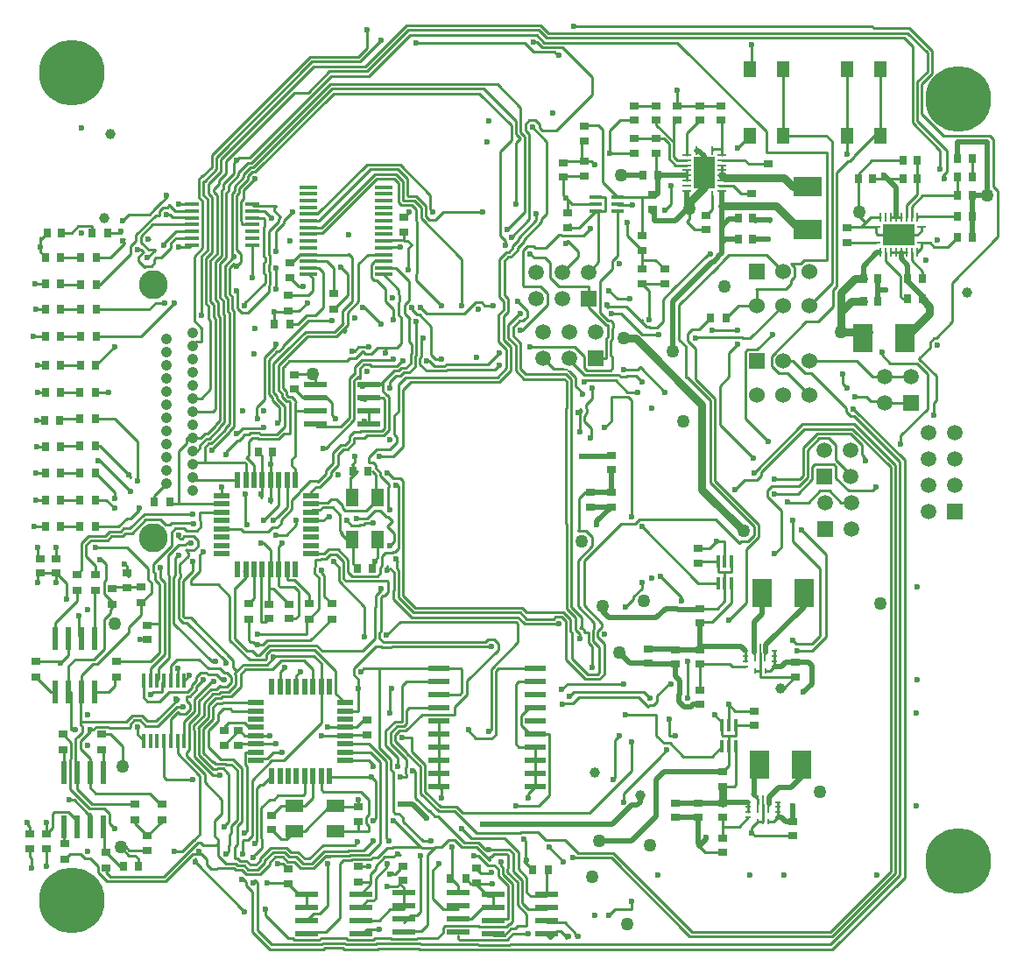
<source format=gbl>
G04*
G04 #@! TF.GenerationSoftware,Altium Limited,Altium Designer,18.0.12 (696)*
G04*
G04 Layer_Physical_Order=4*
G04 Layer_Color=16711680*
%FSLAX25Y25*%
%MOIN*%
G70*
G01*
G75*
%ADD10C,0.01000*%
%ADD45C,0.05000*%
%ADD55R,0.04724X0.07087*%
%ADD59R,0.02756X0.03543*%
%ADD60R,0.03543X0.03150*%
%ADD61R,0.03543X0.02756*%
%ADD62R,0.04600X0.01400*%
%ADD68R,0.03150X0.03543*%
%ADD72C,0.03000*%
%ADD73C,0.02000*%
%ADD74C,0.05906*%
%ADD75R,0.05906X0.05906*%
%ADD76R,0.05906X0.05906*%
%ADD77C,0.06000*%
%ADD78R,0.06000X0.06000*%
%ADD79C,0.04200*%
%ADD80C,0.25000*%
%ADD81C,0.02362*%
%ADD82C,0.03937*%
%ADD83C,0.11000*%
%ADD96R,0.08661X0.02362*%
%ADD97R,0.02362X0.08661*%
%ADD98R,0.07874X0.02362*%
%ADD99R,0.02165X0.05906*%
%ADD100R,0.05906X0.02165*%
%ADD101R,0.05118X0.06102*%
%ADD102R,0.07539X0.10984*%
%ADD103R,0.10984X0.07539*%
%ADD104R,0.06500X0.01700*%
%ADD105R,0.01400X0.04600*%
%ADD106R,0.05800X0.01400*%
%ADD107R,0.01400X0.05800*%
%ADD108R,0.02165X0.05906*%
%ADD109R,0.05906X0.02165*%
%ADD110R,0.02362X0.00945*%
%ADD111R,0.00945X0.02362*%
%ADD112R,0.00866X0.07047*%
%ADD113R,0.07087X0.04724*%
%ADD114R,0.12087X0.08150*%
%ADD115R,0.01024X0.03543*%
%ADD116R,0.03543X0.01024*%
%ADD117R,0.08150X0.12087*%
%ADD118C,0.00800*%
D10*
X324567Y219449D02*
X339370D01*
X318854Y225161D02*
X324567Y219449D01*
X326772Y209449D02*
X339370D01*
X326378Y209842D02*
X326772Y209449D01*
X322205Y211811D02*
X324173Y209842D01*
X326378D01*
X328346Y227560D02*
Y228740D01*
Y227560D02*
X331496Y224410D01*
X122990Y236998D02*
X123622Y236366D01*
X124264Y237008D01*
X119898Y236433D02*
X123218Y239754D01*
X120638Y234646D02*
X125006Y239013D01*
X123000Y237008D02*
X124264D01*
X109614Y234646D02*
X120638D01*
X129602Y220149D02*
X129644Y220108D01*
Y218630D02*
Y220108D01*
X128514Y218630D02*
X129079Y219195D01*
X129644Y218630D01*
X128207D02*
X128514D01*
X127453Y217876D02*
X128207Y218630D01*
X139212Y229442D02*
X140016Y230246D01*
X139212Y228346D02*
Y229442D01*
X321610Y186964D02*
Y188715D01*
X320752Y189573D02*
X321610Y188715D01*
X137583Y122414D02*
Y135221D01*
X137114Y121945D02*
X137583Y122414D01*
X135433Y122792D02*
Y131496D01*
X135327Y122686D02*
X135433Y122792D01*
X139795Y120835D02*
X144945Y125984D01*
X189070D01*
X79119Y68607D02*
X79768Y67957D01*
X79634Y67823D02*
X79768Y67957D01*
X79634Y49898D02*
Y67823D01*
X74480Y44418D02*
Y50323D01*
X74519Y50284D01*
X77165Y52929D01*
X74480Y44418D02*
X75590Y43307D01*
X74803Y40945D02*
X75590Y41732D01*
X69933Y40945D02*
X74803D01*
X114641Y34966D02*
X114641D01*
Y34969D01*
X114641Y34966D02*
Y34969D01*
X111956Y32283D02*
X116681Y37008D01*
X116212Y36539D02*
X118433D01*
X116681Y37008D02*
X125770D01*
X143307Y37421D02*
X144882D01*
X142425Y36539D02*
X143307Y37421D01*
X139047Y36539D02*
X142425D01*
X331559Y31015D02*
Y184982D01*
X136266Y1417D02*
X136660Y1811D01*
X123577Y1417D02*
X136266D01*
X123035Y1959D02*
X123577Y1417D01*
X135526Y3205D02*
X136067Y3746D01*
X124317Y3205D02*
X135526D01*
X123775Y3746D02*
X124317Y3205D01*
X135048Y5255D02*
X135327Y5534D01*
X132264Y9055D02*
X137008D01*
X132264Y9055D02*
X132264Y9055D01*
X137008D02*
X137401D01*
X130295Y7087D02*
X132264Y9055D01*
X136870Y12461D02*
X141083Y16673D01*
X129921Y12461D02*
X136870D01*
X151898Y1811D02*
X152347Y1362D01*
X136660Y1811D02*
X151898D01*
X116335Y1959D02*
X123035D01*
X115794Y1417D02*
X116335Y1959D01*
X95267Y1417D02*
X115794D01*
X88764Y7921D02*
X95267Y1417D01*
X96008Y3205D02*
X115053D01*
X90551Y8661D02*
X96008Y3205D01*
X152490Y3746D02*
X153087Y3150D01*
X152209Y3746D02*
X152490D01*
X152061Y3598D02*
X152209Y3746D01*
X140852Y3598D02*
X152061D01*
X140705Y3746D02*
X140852Y3598D01*
X136067Y3746D02*
X140705D01*
X115595D02*
X123775D01*
X115053Y3205D02*
X115595Y3746D01*
X135048Y5255D02*
X135048D01*
X134785Y4992D02*
X135048Y5255D01*
X125057Y4992D02*
X134785D01*
X124516Y5534D02*
X125057Y4992D01*
X114854Y5534D02*
X124516D01*
X135327D02*
X141445D01*
X114313Y4992D02*
X114854Y5534D01*
X104585Y4992D02*
X114313D01*
X104043Y5534D02*
X104585Y4992D01*
X102340Y5534D02*
X104043D01*
X151321Y5386D02*
X151469Y5534D01*
X141593Y5386D02*
X151321D01*
X141445Y5534D02*
X141593Y5386D01*
X93701Y14173D02*
X102340Y5534D01*
X146457Y7854D02*
X147638D01*
X153150Y8268D02*
X155437Y10555D01*
X148051Y8268D02*
X153150D01*
X147638Y7854D02*
X148051Y8268D01*
X174559Y9992D02*
X185358D01*
X174890Y10323D02*
X175005Y10438D01*
X162065Y10323D02*
X174890D01*
X161311Y9569D02*
X162065Y10323D01*
X161311Y7768D02*
Y9569D01*
X166929Y12854D02*
X168110D01*
X172047Y12992D02*
X176378Y17323D01*
X168248Y12992D02*
X172047D01*
X168110Y12854D02*
X168248Y12992D01*
X188433Y1311D02*
X188484Y1362D01*
X186600Y3098D02*
X186652Y3150D01*
X308749D01*
X188795Y9268D02*
X189764Y10236D01*
X184567Y6673D02*
X187161Y9268D01*
X188795D01*
X187721Y12102D02*
Y26307D01*
X186673Y11055D02*
X187721Y12102D01*
X186421Y11055D02*
X186673D01*
X181484Y12843D02*
X185933D01*
X180953Y12311D02*
X181484Y12843D01*
X185933D02*
Y25567D01*
X185358Y9992D02*
X186421Y11055D01*
X187902Y7480D02*
X193701D01*
X185933Y5512D02*
X187902Y7480D01*
X188484Y1362D02*
X309489D01*
X174817Y3098D02*
X186600D01*
X308749Y3150D02*
X335134Y29535D01*
X309489Y1362D02*
X336921Y28794D01*
X174077Y1311D02*
X188433D01*
X174025Y1362D02*
X174077Y1311D01*
X152347Y1362D02*
X174025D01*
X174744Y3171D02*
X174817Y3098D01*
X174000Y3171D02*
X174744D01*
X173978Y3150D02*
X174000Y3171D01*
X175484Y4959D02*
X175557Y4886D01*
X167482Y4959D02*
X175484D01*
X185380D02*
X185933D01*
X185307Y4886D02*
X185380Y4959D01*
X175557Y4886D02*
X185307D01*
X185933Y4959D02*
Y5512D01*
X153087Y3150D02*
X173978D01*
X180315Y17323D02*
Y21673D01*
X176378Y17323D02*
X180315D01*
X192913Y10236D02*
Y14795D01*
X189551Y18157D02*
X192913Y14795D01*
X93701Y14173D02*
Y16535D01*
X192913Y10236D02*
X192913Y10236D01*
X189764Y10236D02*
X192913D01*
X200787Y11673D02*
X207534D01*
X206055Y8354D02*
X208118Y6291D01*
X204791Y8354D02*
X206055D01*
X201949Y5512D02*
X204791Y8354D01*
X207534Y11673D02*
X211805Y7402D01*
Y6305D02*
X211811Y6299D01*
X211805Y6305D02*
Y7402D01*
X208118Y6291D02*
X209124D01*
Y6762D01*
X207874Y5512D02*
X209124Y6762D01*
X211811Y6299D02*
X212598D01*
X331496Y224410D02*
X341567D01*
X345669Y220307D01*
Y207087D02*
Y220307D01*
X335433Y196850D02*
X345669Y207087D01*
X342520Y226177D02*
X346532Y230189D01*
X342520Y225984D02*
Y226177D01*
Y225984D02*
X348941Y219563D01*
X346532Y230189D02*
Y232410D01*
X335433Y193701D02*
Y196850D01*
X348031Y204724D02*
Y209449D01*
X348941Y210358D01*
Y219563D01*
X191291Y131346D02*
X192973Y129665D01*
X150709Y131346D02*
X191291D01*
X145988Y136067D02*
X150709Y131346D01*
X190551Y129559D02*
X193126Y126984D01*
X149969Y129559D02*
X190551D01*
X144201Y135327D02*
X149969Y129559D01*
X191551Y125868D02*
X192222Y125197D01*
X191551Y125868D02*
Y126031D01*
X189811Y127772D02*
X191551Y126031D01*
X149228Y127772D02*
X189811D01*
X142413Y134587D02*
X149228Y127772D01*
X189070Y125984D02*
X189764Y125291D01*
Y118276D02*
Y125291D01*
X179634Y108146D02*
X189764Y118276D01*
X215829Y160693D02*
X218173Y158350D01*
X212554Y160693D02*
X215829D01*
X212535Y160712D02*
X212554Y160693D01*
X212535Y160712D02*
X213024Y161200D01*
Y172866D01*
X210173Y131672D02*
Y163933D01*
X208385Y130932D02*
Y163192D01*
X222835Y200000D02*
X225197Y202362D01*
Y211598D01*
X217642Y196382D02*
Y199681D01*
X217322Y196063D02*
X217642Y196382D01*
X215748Y207252D02*
X215961Y207040D01*
Y205559D02*
Y207040D01*
X215280Y204878D02*
X215961Y205559D01*
X213386Y205512D02*
X214173Y206299D01*
X213386Y207087D02*
X214173Y206299D01*
X215280Y204401D02*
Y204878D01*
X215173Y204295D02*
X215280Y204401D01*
X215173Y202150D02*
Y204295D01*
Y202150D02*
X217642Y199681D01*
X212598Y205512D02*
X213386D01*
X209980Y206685D02*
Y218251D01*
X209917Y206622D02*
X209980Y206685D01*
X209917Y164188D02*
Y206622D01*
X208193Y207426D02*
Y217511D01*
X208130Y207363D02*
X208193Y207426D01*
X208130Y163448D02*
Y207363D01*
X218110Y214960D02*
X218126Y214944D01*
X214749Y217898D02*
X226984D01*
X215134Y219980D02*
X228196D01*
X215875Y221768D02*
X224917D01*
X214996Y222646D02*
X215875Y221768D01*
X215748Y207252D02*
Y208625D01*
X218126Y211003D01*
Y214944D01*
X214355Y212598D02*
Y213204D01*
X225197Y211598D02*
X231708D01*
X211768Y215791D02*
X214355Y213204D01*
X208130Y163448D02*
X208385Y163192D01*
X209917Y164188D02*
X210173Y163933D01*
X213386Y198425D02*
Y207087D01*
X211768Y215791D02*
Y218992D01*
X214960Y217299D02*
X214962Y217301D01*
X209449Y225666D02*
X215134Y219980D01*
X209318Y221441D02*
X211768Y218992D01*
X214996Y222646D02*
Y226970D01*
X192847Y220177D02*
X208055D01*
X209980Y218251D01*
X192106Y218390D02*
X207314D01*
X208193Y217511D01*
X225650Y222500D02*
Y226961D01*
X224917Y221768D02*
X225650Y222500D01*
X225350Y240170D02*
X225941Y239579D01*
Y237897D02*
Y239579D01*
X225689Y237645D02*
X225941Y237897D01*
X223902Y234376D02*
Y238385D01*
X224153Y238637D01*
X223346Y226220D02*
Y233821D01*
X224153Y238637D02*
Y238839D01*
X223346Y233821D02*
X223902Y234376D01*
X225134Y227477D02*
Y233081D01*
X225689Y233636D01*
X229139Y243307D02*
X237013Y235433D01*
X225197Y243307D02*
X229139D01*
X225350Y240170D02*
Y240626D01*
X225689Y233636D02*
Y237645D01*
X237013Y235433D02*
X243307D01*
X231496Y213386D02*
X235433D01*
X226984Y217898D02*
X231496Y213386D01*
X231708Y211598D02*
X233070Y210236D01*
X228810Y219366D02*
X231031D01*
X228196Y219980D02*
X228810Y219366D01*
X233070Y166141D02*
Y210236D01*
X234646Y219685D02*
X237008Y217323D01*
X236221Y222835D02*
X245669Y213386D01*
X229921Y222047D02*
X235433D01*
X236221Y222835D01*
X236055Y165044D02*
X264877D01*
X234472Y163460D02*
X236055Y165044D01*
X229125Y163460D02*
X234472D01*
X214961Y149296D02*
X229125Y163460D01*
X237008Y162205D02*
X258431Y140782D01*
X265904D01*
X262598Y153937D02*
X265354Y156693D01*
X258268Y153937D02*
X262598D01*
X251968Y133858D02*
Y135433D01*
X244094Y143307D02*
X251968Y135433D01*
X214749Y217898D02*
X214962Y218110D01*
X182508Y242992D02*
X184315Y244800D01*
X182508Y232598D02*
X185358Y229747D01*
X184295Y242252D02*
X186102Y244059D01*
X184295Y233338D02*
X187146Y230488D01*
X186082Y234079D02*
X188976Y231185D01*
X190377Y240626D02*
X191661D01*
X187870Y234819D02*
X190764Y231925D01*
X191338Y237007D02*
X200988Y246657D01*
X187870Y238118D02*
X190377Y240626D01*
X187870Y234819D02*
Y238118D01*
X186082Y234079D02*
Y238858D01*
X190169Y242945D01*
X190551D01*
X184295Y233338D02*
Y242252D01*
X182508Y232598D02*
Y242992D01*
X190551Y237007D02*
X191338D01*
X194453Y230673D02*
X211222D01*
X193232Y242039D02*
Y244417D01*
X192523Y241330D02*
X193232Y242039D01*
X192366Y241330D02*
X192523D01*
X191661Y240626D02*
X192366Y241330D01*
X186102Y244059D02*
Y248854D01*
X184315Y244800D02*
Y248113D01*
X182677Y223622D02*
X182677D01*
X182623Y217248D02*
X187146Y221771D01*
X181882Y219035D02*
X185358Y222511D01*
Y229747D01*
X187146Y221771D02*
Y230488D01*
X178421Y224091D02*
X182677Y228346D01*
X162528Y224091D02*
X178421D01*
X161741Y223303D02*
X162528Y224091D01*
X157960Y223303D02*
X161741D01*
X156067Y225197D02*
X157960Y223303D01*
X155118Y225197D02*
X156067D01*
X152437Y223941D02*
X154862Y221516D01*
X162481D01*
X163012Y222047D01*
X166847D01*
X188976Y221519D02*
Y231185D01*
X190764Y222260D02*
Y231925D01*
Y222260D02*
X192847Y220177D01*
X158268Y225984D02*
X160630Y225984D01*
X188976Y221519D02*
X192106Y218390D01*
X146946Y219035D02*
X181882D01*
X148985Y217248D02*
X182623D01*
X152437Y223941D02*
Y226307D01*
X150650Y223091D02*
Y227048D01*
X148382Y220823D02*
X150650Y223091D01*
X149394Y228320D02*
Y231688D01*
X148862Y227788D02*
X149394Y228320D01*
X148862Y224453D02*
Y227788D01*
X147020Y222610D02*
X148862Y224453D01*
X151181Y227579D02*
Y232429D01*
X150650Y227048D02*
X151181Y227579D01*
X152969Y226839D02*
Y233283D01*
X152437Y226307D02*
X152969Y226839D01*
X145465Y222610D02*
X147020D01*
X144370Y221515D02*
X145465Y222610D01*
X146206Y220823D02*
X148382D01*
X145111Y219728D02*
X146206Y220823D01*
X144350Y216440D02*
X146946Y219035D01*
X142559Y221515D02*
X144370D01*
X143299Y219728D02*
X145111D01*
X140945Y217373D02*
X143299Y219728D01*
X146138Y214401D02*
X148985Y217248D01*
X156693Y227559D02*
Y238437D01*
X148500Y232582D02*
X149394Y231688D01*
X145736Y225409D02*
X145882D01*
X138263Y217220D02*
X142559Y221515D01*
X156693Y227559D02*
X158268Y225984D01*
X152292Y242839D02*
X156693Y238437D01*
X143630Y223303D02*
X145736Y225409D01*
X152969Y233283D02*
X153543Y233858D01*
X148500Y232582D02*
Y241268D01*
X148555Y241323D02*
Y241323D01*
X148500Y241268D02*
X148555Y241323D01*
X146713Y243166D02*
X148555Y241323D01*
X134032Y223303D02*
X143630D01*
X133394Y223941D02*
X134032Y223303D01*
X144350Y206150D02*
Y216440D01*
X146138Y192595D02*
Y214401D01*
X142201Y225665D02*
X142519Y225984D01*
X131173Y223941D02*
X133394D01*
X129602Y222370D02*
X131173Y223941D01*
X129602Y220149D02*
Y222370D01*
X125663Y226191D02*
X128082D01*
X130709Y228818D01*
X134197Y225665D02*
X142201D01*
X134134Y225728D02*
X134197Y225665D01*
X130433Y225728D02*
X134134D01*
X127815Y223111D02*
X130433Y225728D01*
X127815Y220459D02*
Y223111D01*
X127773Y220417D02*
X127815Y220459D01*
X124669Y225197D02*
X125663Y226191D01*
X127453Y202878D02*
Y217876D01*
X116701Y192126D02*
X127453Y202878D01*
X115748Y192126D02*
X116701D01*
X125665Y203618D02*
Y218616D01*
X127467Y220417D02*
X127773D01*
X122516Y200468D02*
X125665Y203618D01*
Y218616D02*
X127467Y220417D01*
X130709Y215748D02*
X131122Y216161D01*
X130189Y198693D02*
X137935D01*
X129712Y198216D02*
X130189Y198693D01*
X127350Y198216D02*
X129712D01*
X132339Y196906D02*
X138675D01*
X131500Y196067D02*
X132339Y196906D01*
X125710Y196577D02*
X127350Y198216D01*
X127728Y196067D02*
X131500D01*
X127498Y195836D02*
X127728Y196067D01*
X127498Y194149D02*
Y195836D01*
X137935Y198693D02*
X138988Y199746D01*
X124880Y191532D02*
X127498Y194149D01*
X138675Y196906D02*
X140776Y199006D01*
X105118Y189225D02*
Y203937D01*
X103150Y197638D02*
Y209614D01*
X102847Y209917D02*
X103150Y209614D01*
X101679Y209917D02*
X102847D01*
X99878Y211719D02*
X101679Y209917D01*
X97961Y197319D02*
X101106Y200464D01*
Y207963D01*
X98091Y210978D02*
X101106Y207963D01*
X103618Y185503D02*
Y187724D01*
X105118Y189225D01*
X103618Y185503D02*
X105118Y184003D01*
X106783Y175632D02*
X110679Y179527D01*
X106783Y175287D02*
Y175632D01*
X103756Y172260D02*
X106783Y175287D01*
X111024Y175591D02*
X112862Y177429D01*
X111024Y174016D02*
Y175591D01*
X103756Y168945D02*
Y172260D01*
X266567Y200933D02*
Y215717D01*
X270079Y219229D01*
Y228346D01*
X273228Y231496D01*
X275126Y234177D02*
X275445Y233858D01*
X257799Y234177D02*
X275126D01*
X257480Y233858D02*
X257799Y234177D01*
X275445Y233858D02*
X278153D01*
X263779Y237007D02*
X273228D01*
X254441Y232960D02*
Y235650D01*
Y232960D02*
X257480Y229921D01*
X278153Y233858D02*
X290551Y246256D01*
X258677Y237221D02*
X263189Y241732D01*
X254441Y235650D02*
X256012Y237221D01*
X256335D01*
X256335Y237221D01*
X258677D01*
X244882Y240158D02*
Y248770D01*
X242839Y238114D02*
X244882Y240158D01*
Y248770D02*
X248728Y252616D01*
X251106Y233291D02*
Y246532D01*
X265248Y260673D01*
X265257D01*
X242196Y238114D02*
X242839D01*
X242031Y237949D02*
X242196Y238114D01*
X240158Y237949D02*
X242031D01*
X239843Y240945D02*
Y245196D01*
Y240945D02*
Y251888D01*
X227559Y248818D02*
X232283D01*
X224410Y251969D02*
X227559Y248818D01*
X224086Y245988D02*
X231177D01*
X224086Y240626D02*
X225350D01*
X220988Y243724D02*
X224086Y240626D01*
X223346Y238839D02*
X224153D01*
X216535Y245649D02*
X223346Y238839D01*
X220988Y243724D02*
Y245481D01*
X231177Y245988D02*
X237161Y240004D01*
X266567Y200933D02*
X279311Y188189D01*
X251106Y233291D02*
X253548Y230849D01*
Y218898D02*
Y230849D01*
X254331Y218898D02*
X262992Y210236D01*
Y178885D02*
Y210236D01*
Y178885D02*
X279591Y162287D01*
X279528Y182677D02*
X298083Y201232D01*
X282209Y182831D02*
X298823Y199445D01*
X282209Y181567D02*
Y182831D01*
X280638Y179996D02*
X282209Y181567D01*
X292441Y171653D02*
X292677Y171417D01*
X287401Y174803D02*
X296475D01*
X286440Y177634D02*
X296778D01*
X300059Y180915D01*
X284720Y173692D02*
X289986Y168426D01*
X284720Y173692D02*
Y175913D01*
X286440Y177634D01*
X276059Y179996D02*
X280638D01*
X287402Y180315D02*
X296931D01*
X296475Y174803D02*
X301847Y180175D01*
X276287Y203240D02*
X285039Y194488D01*
X301847Y180175D02*
Y184991D01*
X292677Y171417D02*
X300238D01*
X304691Y175870D01*
X308380D01*
X312833Y171417D01*
X316535D01*
X333347Y30275D02*
Y185723D01*
X315549Y175870D02*
X324689D01*
X310752Y180667D02*
X315549Y175870D01*
X310752Y180667D02*
Y184991D01*
X300059Y180915D02*
Y191474D01*
X304455Y195870D01*
X310752Y187519D02*
X316299Y181972D01*
Y181417D02*
Y181972D01*
X310752Y187519D02*
Y193262D01*
X316356Y197658D02*
X320752Y193262D01*
X303714Y197658D02*
X316356D01*
X298272Y192215D02*
X303714Y197658D01*
X298272Y181655D02*
Y192215D01*
X317097Y199445D02*
X331559Y184982D01*
X298823Y199445D02*
X317097D01*
X317837Y201232D02*
X333347Y185723D01*
X298083Y201232D02*
X317837D01*
X320752Y189573D02*
Y193262D01*
X296931Y180315D02*
X298272Y181655D01*
X304455Y195870D02*
X308144D01*
X310752Y193262D01*
X309873Y185870D02*
X310752Y184991D01*
X302725Y185870D02*
X309873D01*
X301847Y184991D02*
X302725Y185870D01*
X118579Y181571D02*
Y183000D01*
X114437Y177429D02*
X118579Y181571D01*
X116791Y182311D02*
Y183741D01*
X113697Y179217D02*
X116791Y182311D01*
X118579Y183000D02*
X121196Y185618D01*
X116791Y183741D02*
X119409Y186358D01*
X137115Y188976D02*
X142520D01*
X135539Y184705D02*
X137476Y182768D01*
X135539Y184705D02*
Y185769D01*
X134785Y186524D02*
X135539Y185769D01*
X133071Y186524D02*
X134785D01*
X133071D02*
Y188724D01*
X136005Y191657D01*
X142520Y188976D02*
X146138Y192595D01*
X136005Y191657D02*
X141119D01*
X137476Y181567D02*
Y182768D01*
X143626Y194165D02*
Y196386D01*
X142563Y197448D02*
X143626Y196386D01*
X142563Y197448D02*
Y204362D01*
X123193Y191532D02*
X124880D01*
X124140Y193319D02*
X125710Y194889D01*
X122453Y193319D02*
X124140D01*
X127559Y186614D02*
Y188976D01*
X126771Y185827D02*
X127559Y186614D01*
X126771Y185827D02*
X127165Y185433D01*
X119409Y186358D02*
Y190275D01*
X122453Y193319D01*
X121196Y189535D02*
X123193Y191532D01*
X125710Y194889D02*
Y196577D01*
X105118Y179921D02*
Y184003D01*
X121196Y185618D02*
Y189535D01*
X91062Y195531D02*
X98702D01*
X91803Y197319D02*
X97961D01*
X99000Y202149D02*
Y207541D01*
X98425Y201574D02*
X99000Y202149D01*
X98702Y195531D02*
X100808Y197638D01*
X103150D01*
X90232Y203469D02*
X90551Y203150D01*
X90232Y203469D02*
Y207555D01*
X105118Y206161D02*
X112598D01*
X105118Y203937D02*
Y206161D01*
X104937Y210103D02*
X105450Y209590D01*
X104937Y210103D02*
Y210355D01*
X103587Y211705D02*
X104937Y210355D01*
X102419Y211705D02*
X103587D01*
X105118Y209258D02*
X105450Y209590D01*
X105118Y203937D02*
Y209258D01*
X90232Y207555D02*
X93276Y210598D01*
Y226512D01*
X97638Y230874D01*
Y231496D01*
X102106Y229665D02*
X108874Y236433D01*
X102106Y229645D02*
Y229665D01*
X99489Y227028D02*
X102106Y229645D01*
X99468Y227028D02*
X99489D01*
X96850Y224410D02*
X99468Y227028D01*
X103894Y228925D02*
X109614Y234646D01*
X103894Y228905D02*
Y228925D01*
X100229Y225240D02*
X103894Y228905D01*
X100209Y225240D02*
X100229D01*
X98638Y223669D02*
X100209Y225240D01*
X102714Y225197D02*
X124669D01*
X100969Y223453D02*
X102714Y225197D01*
X100949Y223453D02*
X100969D01*
X100425Y222929D02*
X100949Y223453D01*
X100425Y214867D02*
Y222929D01*
X98748Y228815D02*
X100319Y230385D01*
X98106Y228815D02*
X98748D01*
X95063Y225772D02*
X98106Y228815D01*
X95063Y212646D02*
Y225772D01*
X91271Y197850D02*
X91803Y197319D01*
X90531Y196063D02*
X91062Y195531D01*
X96850Y213386D02*
Y224410D01*
X98638Y214126D02*
Y223669D01*
X100319Y230385D02*
Y231028D01*
X92551Y199638D02*
X92913Y200000D01*
X87964Y197850D02*
X91271D01*
X88704Y196063D02*
X90531D01*
X100319Y231028D02*
X110071Y240779D01*
X97638Y252756D02*
Y260630D01*
X85827Y246456D02*
Y247264D01*
X93701Y255138D01*
Y258247D01*
X95488Y254398D02*
Y258988D01*
X94957Y253866D02*
X95488Y254398D01*
X94957Y251795D02*
Y253866D01*
X86937Y243775D02*
X94957Y251795D01*
X93701Y263012D02*
Y264547D01*
X93169Y262481D02*
X93701Y263012D01*
X93169Y258779D02*
Y262481D01*
Y258779D02*
X93701Y258247D01*
X95488Y262272D02*
Y265287D01*
X94957Y261740D02*
X95488Y262272D01*
X94957Y259519D02*
Y261740D01*
Y259519D02*
X95488Y258988D01*
X93382Y276390D02*
Y279356D01*
X94957Y274630D02*
X98744Y278417D01*
X94957Y265819D02*
Y274630D01*
Y265819D02*
X95488Y265287D01*
X93169Y276178D02*
X93382Y276390D01*
X93169Y265078D02*
Y276178D01*
Y265078D02*
X93701Y264547D01*
X97638Y274783D02*
X100531Y277677D01*
X97638Y266929D02*
Y274783D01*
X100531Y278484D02*
X103937Y281890D01*
X100531Y277677D02*
Y278484D01*
X98744Y279225D02*
X99425Y279906D01*
X98744Y278417D02*
Y279225D01*
X99425Y279906D02*
Y279957D01*
X174020Y45520D02*
X190547D01*
X168504Y47244D02*
X172016Y43732D01*
X156229Y53862D02*
X158063Y52028D01*
X159279D01*
X155960Y53862D02*
X156229D01*
X150847Y58976D02*
X155960Y53862D01*
X142519Y50394D02*
X142838D01*
X139626Y43839D02*
Y72827D01*
X137327Y41575D02*
Y72598D01*
X134646Y50394D02*
X135539Y51287D01*
X133071Y46457D02*
Y48177D01*
X131965Y49283D02*
X133071Y48177D01*
X131965Y49283D02*
Y51504D01*
X133071Y52610D01*
Y58268D01*
X142838Y50394D02*
X142839Y50394D01*
X118504Y66929D02*
X133859D01*
X135539Y65248D01*
X149606Y69291D02*
X150512D01*
X146925Y68181D02*
Y70402D01*
X147457Y70934D01*
Y73522D01*
X141200Y79778D02*
X147457Y73522D01*
X144094Y70866D02*
Y74356D01*
X147244Y66929D02*
Y67862D01*
X146925Y68181D02*
X147244Y67862D01*
X141413Y69756D02*
X142248Y68921D01*
X141413Y69756D02*
Y73568D01*
X137008Y77973D02*
X141413Y73568D01*
X132925Y79528D02*
X139626Y72827D01*
X134645Y70866D02*
Y71488D01*
X133547Y76378D02*
X137327Y72598D01*
X142248Y68087D02*
Y68921D01*
X142201Y53863D02*
Y68040D01*
X144882Y66929D02*
X147244D01*
X135539Y51287D02*
Y65248D01*
X124016Y76378D02*
X133547D01*
X137008Y77973D02*
Y108327D01*
X139413Y79037D02*
Y84481D01*
Y79037D02*
X144094Y74356D01*
X141200Y79778D02*
Y83741D01*
X142988Y80779D02*
X147457Y76310D01*
X142988Y80779D02*
Y83000D01*
X145669Y81890D02*
X149244D01*
X78740Y37795D02*
X79528Y38583D01*
Y40779D01*
X81890Y40303D02*
X82996Y41409D01*
X81890Y35858D02*
Y40303D01*
X82996Y41409D02*
Y48205D01*
X75590Y41732D02*
Y43307D01*
Y37008D02*
Y41732D01*
Y37008D02*
X78528Y34071D01*
X82444D01*
X77953Y48031D02*
Y48217D01*
X82996Y48205D02*
X84737Y49946D01*
X85827Y45669D02*
X86524Y46367D01*
X88571Y44622D02*
Y65687D01*
X68823Y45201D02*
Y67252D01*
X66673Y43051D02*
X68823Y45201D01*
X81890Y35858D02*
X83185D01*
X77953Y48217D02*
X79634Y49898D01*
X77165Y52929D02*
Y58268D01*
X84737Y49946D02*
Y70265D01*
X86937Y42988D02*
X88571Y44622D01*
X85362Y42988D02*
X86937D01*
X85039Y42665D02*
X85362Y42988D01*
X85039Y37795D02*
Y42665D01*
X66929Y34646D02*
Y35930D01*
Y34646D02*
X85827Y15748D01*
X72905Y31965D02*
X75126D01*
X71335Y33535D02*
X72905Y31965D01*
X71335Y33535D02*
Y35756D01*
X69374Y37717D02*
X71335Y35756D01*
X55818Y27347D02*
X66189Y37717D01*
X55078Y29134D02*
X67208Y41264D01*
X59055Y38583D02*
X61999D01*
X67414Y41264D02*
X68095Y41945D01*
X67208Y41264D02*
X67414D01*
X66189Y37717D02*
X69374D01*
X68095Y41945D02*
X68933D01*
X66467Y43051D02*
X66673D01*
X61999Y38583D02*
X66467Y43051D01*
X34646Y29134D02*
X55078D01*
X33234Y27347D02*
X55818D01*
X68933Y41945D02*
X69933Y40945D01*
X86291Y35114D02*
X87866Y33539D01*
X83929Y35114D02*
X86291D01*
X85550Y33327D02*
X87125Y31752D01*
X83188Y33327D02*
X85550D01*
X82444Y34071D02*
X83188Y33327D01*
X84810Y31539D02*
X86385Y29965D01*
X82448Y31539D02*
X84810D01*
X81704Y32283D02*
X82448Y31539D01*
X75756Y32283D02*
X81704D01*
X84720Y27837D02*
Y27987D01*
X83185Y35858D02*
X83929Y35114D01*
X87125Y31752D02*
X90827D01*
X86385Y29965D02*
X91567D01*
X87866Y33539D02*
X90087D01*
X70610Y64823D02*
X77165Y58268D01*
X70610Y64823D02*
Y67993D01*
X60218Y75857D02*
X68823Y67252D01*
X63779Y74823D02*
X70610Y67993D01*
X55905Y66142D02*
X66142D01*
X75601Y32439D02*
X75756Y32283D01*
X75126Y31965D02*
X75601Y32439D01*
X34378Y49458D02*
X36406Y47430D01*
X3150Y48819D02*
Y49606D01*
Y48819D02*
X3937Y48031D01*
X7087Y140945D02*
Y143701D01*
X7874Y144488D01*
X7087Y150787D02*
Y154330D01*
Y150787D02*
X7874Y150000D01*
X14173Y140945D02*
Y144488D01*
X18110Y134645D02*
Y140551D01*
X14173Y150000D02*
Y154331D01*
X30709Y187401D02*
X42520Y175590D01*
X29921Y187401D02*
X30709D01*
X41795Y181826D02*
Y181889D01*
X41732D02*
X41795D01*
X44882Y179528D02*
Y194488D01*
X122520Y260945D02*
X124984Y258480D01*
Y250378D02*
Y258480D01*
X119685Y245079D02*
X124984Y250378D01*
X25409Y155165D02*
X27256Y157011D01*
X23622Y155905D02*
X26515Y158799D01*
X25409Y151113D02*
Y155165D01*
X27256Y157011D02*
X33555D01*
X23622Y145669D02*
Y155905D01*
X26515Y158799D02*
X32815D01*
X25409Y151113D02*
X29134Y147389D01*
X29134Y154330D02*
X40945D01*
X49075Y146201D01*
X33555Y157011D02*
X35173Y158630D01*
X32815Y158799D02*
X34433Y160417D01*
X33071Y141888D02*
Y148031D01*
X41795Y181826D02*
X42519Y181102D01*
X30708Y192913D02*
X41732Y181889D01*
X30709Y149606D02*
X31496D01*
X33071Y148031D01*
X29134Y143898D02*
Y147389D01*
X35433Y138583D02*
X36024Y139173D01*
X46457D01*
X40945Y144095D02*
Y147244D01*
Y144095D02*
X41732Y143307D01*
X40157Y148031D02*
X40945Y147244D01*
X32374Y141191D02*
X33071Y141888D01*
X32374Y136671D02*
Y141191D01*
Y136671D02*
X35433Y133612D01*
Y132677D02*
Y133612D01*
X49075Y142147D02*
Y146201D01*
Y142147D02*
X50335Y140887D01*
Y137146D02*
Y140887D01*
X46457Y133268D02*
X50335Y137146D01*
X46457Y130709D02*
Y133268D01*
X46457Y130709D02*
X46457Y130709D01*
X46457Y128543D02*
Y130709D01*
X41795Y123882D02*
X46457Y128543D01*
X41795Y121965D02*
Y123882D01*
X51756Y141994D02*
X53453Y140297D01*
X51756Y141994D02*
Y144431D01*
X50862Y145325D02*
X51756Y144431D01*
X50862Y145325D02*
Y147929D01*
X34563Y129197D02*
Y130607D01*
X35433Y131476D01*
Y132480D01*
X294488Y118898D02*
X295744Y117642D01*
X297174D01*
X297327Y117488D01*
X301575D01*
X304724Y120638D01*
Y146457D01*
X294488Y156693D02*
X304724Y146457D01*
X307087Y120472D02*
Y151606D01*
X301575Y114961D02*
X307087Y120472D01*
X296063Y114961D02*
X301575D01*
X297850Y160843D02*
X307087Y151606D01*
X279528Y59842D02*
X281102Y58268D01*
X278740Y60630D02*
X279528Y59842D01*
X281102Y56693D02*
Y58268D01*
X329724Y263189D02*
X335327Y257587D01*
X329724Y263189D02*
Y266595D01*
X335327Y249713D02*
Y257587D01*
Y249713D02*
X336221Y248819D01*
X267093Y292094D02*
X271685D01*
X266277Y292098D02*
X267090D01*
X267093Y292094D01*
X271685D02*
X274803Y288976D01*
X278740D01*
X277559Y300394D02*
X285039D01*
X298687Y263756D02*
X307449D01*
X297402Y262470D02*
X298687Y263756D01*
X293701Y262470D02*
X297402D01*
X307449Y263756D02*
Y304724D01*
X284252D02*
X307449D01*
X309236Y254941D02*
Y308874D01*
X307087Y311024D02*
X309236Y308874D01*
X290551Y311024D02*
X307087D01*
X300551Y246256D02*
X309236Y254941D01*
X311024Y296850D02*
X315429Y301256D01*
X311024Y253548D02*
Y296850D01*
X309811Y252336D02*
X311024Y253548D01*
X309811Y246031D02*
Y252336D01*
X303937Y240158D02*
X309811Y246031D01*
X284252Y304724D02*
Y312598D01*
X348102Y233980D02*
X348941D01*
X346532Y232410D02*
X348102Y233980D01*
X348941D02*
X355118Y240158D01*
Y255118D01*
X40371Y159724D02*
X42858D01*
X39276Y158630D02*
X40371Y159724D01*
X35173Y158630D02*
X39276D01*
X39630Y161512D02*
X42118D01*
X38536Y160417D02*
X39630Y161512D01*
X34433Y160417D02*
X38536D01*
X276287Y203240D02*
Y228783D01*
X277166Y229661D01*
X280842D01*
X286614Y235433D01*
X286287Y227025D02*
X299419Y240158D01*
X286287Y223298D02*
X288923Y220661D01*
X286287Y223298D02*
Y227025D01*
X117323Y166141D02*
X118110D01*
X115748Y164567D02*
X117323Y166141D01*
X85133Y199638D02*
X92551D01*
X83134Y197638D02*
X85133Y199638D01*
X82677Y197638D02*
X83134D01*
X92520Y173622D02*
Y188976D01*
X90945Y190551D02*
X92520Y188976D01*
X89370Y179921D02*
Y185599D01*
X86567Y188402D02*
X89370Y185599D01*
X85358Y196527D02*
Y197335D01*
X87448D01*
X83788Y194957D02*
X85358Y196527D01*
X87448Y197335D02*
X87964Y197850D01*
X87402Y194761D02*
X88704Y196063D01*
X87402Y189402D02*
Y194761D01*
X79996Y198748D02*
X81697Y200449D01*
Y244267D01*
X76335Y202670D02*
Y242045D01*
X74634Y200969D02*
X76335Y202670D01*
X74634Y200618D02*
Y200969D01*
X71610Y197594D02*
X74634Y200618D01*
X78122Y201930D02*
Y242786D01*
X76421Y200229D02*
X78122Y201930D01*
X76421Y199878D02*
Y200229D01*
X72350Y195807D02*
X76421Y199878D01*
X79909Y201189D02*
Y243526D01*
X78209Y199489D02*
X79909Y201189D01*
X78209Y199137D02*
Y199489D01*
X73091Y194019D02*
X78209Y199137D01*
X79996Y198397D02*
Y198748D01*
X73228Y191629D02*
X79996Y198397D01*
X82980Y194957D02*
X83788D01*
X78740Y190717D02*
X82980Y194957D01*
X86402Y188402D02*
X87402Y189402D01*
X231496Y272835D02*
Y277953D01*
X237008Y272835D02*
Y287639D01*
X231496Y272835D02*
X237008Y267323D01*
X227722Y265372D02*
Y282439D01*
X245669Y282677D02*
X248031Y285039D01*
X255118Y279409D02*
Y283464D01*
X253996Y278287D02*
X255118Y279409D01*
X227722Y287639D02*
X241576D01*
X248031Y285039D02*
Y292126D01*
X241576Y287639D02*
X242520Y288583D01*
X214173Y301969D02*
Y309449D01*
X249803Y299803D02*
X253996D01*
X247244Y302362D02*
X249803Y299803D01*
X217717Y301181D02*
X218898Y300000D01*
X214961Y301181D02*
X217717D01*
X101969Y243898D02*
X102362Y244291D01*
X97047Y243898D02*
X101969D01*
X97047Y239370D02*
Y243898D01*
X102953Y239370D02*
X106134D01*
X109330Y242567D01*
X112645D01*
X115748Y245669D01*
Y259055D01*
X114100Y260703D02*
X115748Y259055D01*
X110109Y260703D02*
X114100D01*
X324803Y294488D02*
X329134D01*
X330512D02*
X336221D01*
X271280Y109035D02*
X276378D01*
X270472Y109843D02*
X271280Y109035D01*
X259055Y109843D02*
X270472D01*
X343248Y268307D02*
Y270276D01*
X341535Y266595D02*
X343248Y268307D01*
X140016Y230246D02*
X143632D01*
X136400D02*
X140016D01*
X31909Y48031D02*
X32283Y47657D01*
Y39173D02*
Y47657D01*
Y39173D02*
X33071Y38386D01*
X38386Y33071D01*
X39764D01*
X83634Y302532D02*
X87571D01*
X81721Y300618D02*
X83634Y302532D01*
X81721Y296681D02*
Y300618D01*
X110678Y340951D02*
X128920D01*
X73228Y298922D02*
Y303501D01*
X111418Y339163D02*
X129661D01*
X75016Y298182D02*
Y302761D01*
X112159Y337376D02*
X131665D01*
X76803Y297441D02*
Y302020D01*
X104657Y327346D02*
X109858D01*
X78591Y296701D02*
Y301280D01*
X104657Y327346D01*
X76803Y302020D02*
X112159Y337376D01*
X75016Y302761D02*
X111418Y339163D01*
X73228Y303501D02*
X110678Y340951D01*
X75953Y294063D02*
X78591Y296701D01*
X72165Y292803D02*
X76803Y297441D01*
X70535Y293701D02*
X75016Y298182D01*
X69795Y295488D02*
X73228Y298922D01*
X88311Y300744D02*
X118276Y330709D01*
X87173Y300744D02*
X88311D01*
X83508Y297079D02*
X87173Y300744D01*
X89052Y298957D02*
X119016Y328921D01*
X87913Y298957D02*
X89052D01*
X85295Y296339D02*
X87913Y298957D01*
X89792Y297169D02*
X119756Y327134D01*
X88653Y297169D02*
X89792D01*
X87083Y295599D02*
X88653Y297169D01*
X87083Y294460D02*
Y295599D01*
X85295Y295200D02*
Y296339D01*
X83677Y291055D02*
X87083Y294460D01*
X87571Y302532D02*
X118840Y333801D01*
X77740Y292701D02*
X81721Y296681D01*
X83508Y295941D02*
Y297079D01*
X79528Y291960D02*
X83508Y295941D01*
X81890Y291795D02*
X85295Y295200D01*
X83677Y289189D02*
Y291055D01*
X85465Y290189D02*
X89764Y294488D01*
X81890Y289929D02*
Y291795D01*
X85465Y287085D02*
Y290189D01*
X84478Y286099D02*
X85465Y287085D01*
X84478Y278532D02*
Y286099D01*
Y278532D02*
X84677Y278333D01*
Y277165D02*
Y278333D01*
X80903Y288943D02*
X81890Y289929D01*
X82691Y288202D02*
X83677Y289189D01*
X82691Y267745D02*
X84397Y266039D01*
X82691Y267745D02*
Y288202D01*
X80903Y264514D02*
Y288943D01*
Y264514D02*
X81102Y264315D01*
X84677Y277165D02*
X88665D01*
X129457Y162673D02*
X129776Y162992D01*
X126448Y162673D02*
X129457D01*
X124554Y164567D02*
X126448Y162673D01*
X121873Y160808D02*
X123158Y159523D01*
X121873Y160808D02*
Y165677D01*
X122047Y165852D02*
Y166784D01*
X121873Y165677D02*
X122047Y165852D01*
X124558Y157480D02*
X126772D01*
X122515Y159523D02*
X124558Y157480D01*
X119221Y169610D02*
X122047Y166784D01*
X128347Y165354D02*
X132283D01*
X123876Y168398D02*
X132177D01*
X111024Y164567D02*
X115748D01*
X111024Y164567D02*
X111024Y164567D01*
X114510Y168496D02*
X115624Y169610D01*
X119221D01*
X111555Y171398D02*
X117212D01*
X111024Y170866D02*
X111555Y171398D01*
X117212D02*
X118574Y172759D01*
X123122Y169152D02*
X123876Y168398D01*
X123122Y169152D02*
Y170433D01*
X120795Y172759D02*
X123122Y170433D01*
X118574Y172759D02*
X120795D01*
X122515Y159523D02*
X123158D01*
X111803Y168496D02*
X114510D01*
X111024Y167717D02*
X111803Y168496D01*
X105512Y162992D02*
Y164567D01*
X101575Y159055D02*
X105512Y162992D01*
X97638Y159055D02*
X101575D01*
X132177Y168398D02*
X134931Y171151D01*
X134512Y163567D02*
X134685Y163740D01*
X131548Y163567D02*
X134512D01*
X130973Y162992D02*
X131548Y163567D01*
X129776Y162992D02*
X130973D01*
X132283Y165354D02*
X135327Y168398D01*
X134931Y171151D02*
X136221D01*
X136360Y143398D02*
X137476Y144514D01*
X138008Y150823D02*
X138114Y150717D01*
Y147417D02*
Y150717D01*
X137476Y146780D02*
X138114Y147417D01*
X137476Y144514D02*
Y146780D01*
X134625Y148819D02*
X135433D01*
X138008Y150823D02*
Y151005D01*
X134625Y148819D02*
X134625Y148819D01*
X137259Y168398D02*
X139834Y165823D01*
X135327Y168398D02*
X137259D01*
X136221Y171151D02*
Y173228D01*
X116854Y150137D02*
X118429Y151712D01*
X115049Y150137D02*
X116854D01*
X114510Y149598D02*
X115049Y150137D01*
X112598Y149598D02*
X114510D01*
X112598Y147099D02*
Y149598D01*
X114961Y144729D02*
Y145669D01*
X120650Y151712D02*
X123366Y148996D01*
X118429Y151712D02*
X120650D01*
X119539Y148819D02*
Y149031D01*
X123366Y142464D02*
Y148996D01*
X125153Y144876D02*
X126632Y143398D01*
X125153Y144876D02*
Y149736D01*
X126941Y148256D02*
Y157311D01*
Y148256D02*
X128740Y146457D01*
X112279Y146780D02*
X112598Y147099D01*
X96276Y161885D02*
X97961D01*
X94701Y160311D02*
X96276Y161885D01*
X97961D02*
X99531Y163456D01*
X85504Y160311D02*
X94701D01*
X98819Y154724D02*
X100000Y155905D01*
X98819Y139764D02*
Y154724D01*
X84397Y161417D02*
X85504Y160311D01*
X77165Y161417D02*
X84397D01*
X86039Y163567D02*
X86614Y162992D01*
X86039Y163567D02*
Y174591D01*
X92126Y173228D02*
X92520Y173622D01*
X92126Y173228D02*
Y174803D01*
X77165Y174016D02*
Y177165D01*
X134625Y148819D02*
X136221Y150414D01*
X95063Y212646D02*
X96303Y211405D01*
Y210238D02*
Y211405D01*
Y210238D02*
X99000Y207541D01*
X78740Y189764D02*
Y190717D01*
X70866Y186614D02*
X85827D01*
X73228Y191338D02*
Y191629D01*
X72118Y194019D02*
X73091D01*
X70547Y192449D02*
X72118Y194019D01*
X70547Y186933D02*
Y192449D01*
X71377Y195807D02*
X72350D01*
X68760Y193189D02*
X71377Y195807D01*
X68760Y192216D02*
Y193189D01*
X67666Y191122D02*
X68760Y192216D01*
X70637Y197594D02*
X71610D01*
X69165Y196122D02*
X70637Y197594D01*
X65905Y196122D02*
X69165D01*
X126772Y248052D02*
Y264567D01*
X123091Y244370D02*
X126772Y248052D01*
X125197Y266142D02*
X126772Y264567D01*
X129134Y262205D02*
X132732Y265803D01*
X129134Y247886D02*
Y262205D01*
X124878Y243630D02*
X129134Y247886D01*
X125006Y239013D02*
Y240494D01*
X124878Y240622D02*
X125006Y240494D01*
X124878Y240622D02*
Y243630D01*
X119685Y250984D02*
Y260630D01*
X117012Y263303D02*
X119685Y260630D01*
X110109Y263303D02*
X117012D01*
X106496Y244291D02*
X109646Y247441D01*
X102362Y244291D02*
X106496D01*
X102362Y250197D02*
X110039D01*
X111811Y251969D01*
Y256693D01*
X103150Y256890D02*
X106497Y253543D01*
X107873Y253543D02*
X107874Y253543D01*
X106497D02*
X107874D01*
X110301Y258203D02*
X111811Y256693D01*
X110109Y258203D02*
X110301D01*
X95669Y172441D02*
Y189764D01*
X318110Y211811D02*
X322205D01*
X235645Y97425D02*
X239370Y93701D01*
X213028Y97425D02*
X235645D01*
X210559Y94956D02*
X213028Y97425D01*
X218110Y108661D02*
Y116515D01*
X218110Y116515D01*
X219965Y105937D02*
X220791Y106764D01*
X216256Y105937D02*
X219965D01*
X210236Y111956D02*
X216256Y105937D01*
X220705Y104149D02*
X222579Y106023D01*
X215515Y104149D02*
X220705D01*
X207954Y111711D02*
X215515Y104149D01*
X208555Y102362D02*
X229921D01*
X206512Y100319D02*
X208555Y102362D01*
X237795Y99213D02*
X240158Y96850D01*
X211023Y99213D02*
X237795D01*
X209448Y97638D02*
X211023Y99213D01*
X206954Y94956D02*
X210559D01*
X206771Y94773D02*
X206954Y94956D01*
X243307Y74016D02*
X246456Y77165D01*
X229921Y60630D02*
X243307Y74016D01*
X226772Y81102D02*
X228346Y82677D01*
X36220Y203150D02*
X44882Y194488D01*
X42519Y165354D02*
X45669Y168504D01*
Y169291D01*
X33070Y172441D02*
X36220Y169291D01*
X47536Y166929D02*
X66142D01*
X47535Y166929D02*
X47536Y166929D01*
X42118Y161512D02*
X47535Y166929D01*
X48006Y164872D02*
X53805D01*
X42858Y159724D02*
X48006Y164872D01*
X36220Y173083D02*
Y175394D01*
X53543Y142734D02*
Y146685D01*
Y142734D02*
X55240Y141037D01*
X60630Y158267D02*
Y159055D01*
X57991Y163523D02*
X66272D01*
X57460Y162992D02*
X57991Y163523D01*
X60630Y151181D02*
Y151720D01*
X56736Y151276D02*
X60791Y155331D01*
X59311Y150402D02*
X60630Y151720D01*
X65354Y141962D02*
X68823Y145430D01*
X62423Y141558D02*
X66142Y145276D01*
X68823Y145430D02*
Y151500D01*
X70079Y152756D01*
X66142Y145276D02*
Y148819D01*
X63779Y152901D02*
Y153543D01*
Y152901D02*
X64204Y152476D01*
Y150964D02*
Y152476D01*
X61098Y147858D02*
X64204Y150964D01*
X61098Y144559D02*
Y147858D01*
Y144559D02*
X61205Y144452D01*
Y142867D02*
Y144452D01*
X58848Y143039D02*
X59417Y143608D01*
Y143712D01*
X59311Y143818D02*
X59417Y143712D01*
X59311Y143818D02*
Y150402D01*
X56736Y143865D02*
Y151276D01*
Y143865D02*
X57028Y143574D01*
Y127338D02*
Y143574D01*
X63779Y155905D02*
X65354D01*
X66465Y158586D02*
X68035Y157016D01*
Y154795D02*
Y157016D01*
X66461Y153220D02*
X68035Y154795D01*
X63460Y153220D02*
X66461D01*
X62669Y158586D02*
X66465D01*
X112279Y144559D02*
X114173Y142665D01*
Y130905D02*
Y142665D01*
X114961Y144729D02*
X115961Y143728D01*
Y135811D02*
Y143728D01*
Y135811D02*
X118898Y132874D01*
X112279Y144559D02*
Y146780D01*
X121390Y153500D02*
X125153Y149736D01*
X117688Y153500D02*
X121390D01*
X116157Y151969D02*
X117688Y153500D01*
X111024Y151969D02*
X116157D01*
X119539Y148819D02*
X121579Y146780D01*
X192126Y34843D02*
X195472Y31496D01*
X192716Y35433D02*
Y42717D01*
X192126Y43307D02*
X192716Y42717D01*
X197319Y45988D02*
X200469Y42838D01*
X191015Y45988D02*
X197319D01*
X190547Y45520D02*
X191015Y45988D01*
X188976Y55905D02*
X197638D01*
X216859Y53224D02*
X233070Y69436D01*
X166465Y55602D02*
X168843Y53224D01*
X216859D01*
X197638Y55905D02*
X201713Y59980D01*
Y83327D01*
X196260D02*
X201713D01*
X88665Y257004D02*
Y269465D01*
X96860Y282522D02*
X99425Y279957D01*
X96860Y282522D02*
Y283475D01*
X97637Y284253D01*
X88665Y279765D02*
X92972D01*
X93382Y279356D01*
X93325Y282265D02*
X96063Y279528D01*
X208661Y270866D02*
X212597Y266929D01*
X206357Y273122D02*
X214854D01*
X206250Y273228D02*
X206357Y273122D01*
X207874Y270078D02*
Y270079D01*
X208661Y270866D01*
X205512Y273228D02*
X206250D01*
X200480Y268196D02*
X205512Y273228D01*
X194488Y266142D02*
X196063Y264567D01*
X191807Y253862D02*
Y267252D01*
X189639Y267440D02*
Y268359D01*
X187022Y264823D02*
X189639Y267440D01*
X187852Y268181D02*
Y269100D01*
X186281Y266610D02*
X187852Y268181D01*
X185171Y269291D02*
Y270880D01*
X214854Y273122D02*
X217322Y275590D01*
X196225Y268196D02*
X200480D01*
X220472Y262992D02*
Y281489D01*
X191807Y267252D02*
X193378Y268823D01*
X191870Y270590D02*
Y271398D01*
X189639Y268359D02*
X191870Y270590D01*
X190083Y272138D02*
X196850Y278906D01*
X190083Y271330D02*
Y272138D01*
X187852Y269100D02*
X190083Y271330D01*
X185363Y266610D02*
X186281D01*
X187402Y272441D02*
X194169Y279209D01*
X196850Y278906D02*
Y281296D01*
X198638Y279291D02*
X200787Y281441D01*
X198638Y278165D02*
Y279291D01*
X185653Y275416D02*
X192382Y282146D01*
X182941Y273110D02*
Y304968D01*
X191870Y271398D02*
X198638Y278165D01*
X193378Y268823D02*
X195599D01*
X161352Y281889D02*
X176378D01*
X182941Y273110D02*
X185171Y270880D01*
X182941Y304968D02*
X187232Y309259D01*
X185622Y275416D02*
X185653D01*
X186103Y264823D02*
X187022D01*
X195599Y268823D02*
X196225Y268196D01*
X182763Y264011D02*
X185363Y266610D01*
X184551Y263271D02*
X186103Y264823D01*
X184551Y250406D02*
Y263271D01*
X194169Y279209D02*
Y311488D01*
X188976Y285039D02*
Y308475D01*
X21910Y48031D02*
Y50364D01*
X18624Y53650D02*
X21910Y50364D01*
X267479Y86777D02*
Y87714D01*
X264567Y90626D02*
X267479Y87714D01*
X203503Y222166D02*
X206967D01*
X199449Y226220D02*
X203503Y222166D01*
X214962Y217301D02*
Y218110D01*
X231351Y219685D02*
X234646D01*
X231031Y219366D02*
X231351Y219685D01*
X34646Y264567D02*
X40157Y270079D01*
X29223Y264567D02*
X34646D01*
X30709Y254331D02*
X42201Y265823D01*
X29223Y254331D02*
X30709D01*
X42201Y265823D02*
Y268827D01*
X88665Y282265D02*
X93325D01*
X103937Y281890D02*
X103937Y281890D01*
X89278Y284253D02*
X97637D01*
X106603Y265803D02*
X110109D01*
X103595Y262795D02*
X106603Y265803D01*
X103150Y262795D02*
X103595D01*
X110071Y240779D02*
X118898D01*
X108874Y236433D02*
X119898D01*
X123218Y239754D02*
Y239754D01*
X123091Y239881D02*
Y244370D01*
Y239881D02*
X123218Y239754D01*
X130708Y245669D02*
X131497D01*
X137795Y239370D01*
X139445Y248102D02*
Y252681D01*
Y248102D02*
X142520Y245027D01*
Y240945D02*
Y245027D01*
X134172Y256820D02*
Y262086D01*
X136060Y256066D02*
X139445Y252681D01*
X134926Y256066D02*
X136060D01*
X134172Y256820D02*
X134926Y256066D01*
X138709Y258203D02*
X144457Y252456D01*
Y250674D02*
Y252456D01*
Y250674D02*
X144807Y250323D01*
Y248102D02*
Y250323D01*
X144457Y247752D02*
X144807Y248102D01*
X144457Y242799D02*
Y247752D01*
X146713Y246630D02*
X148382Y248300D01*
X146713Y243166D02*
Y246630D01*
X149394Y244914D02*
Y245520D01*
X150862Y239839D02*
X151181Y240158D01*
X148382Y248300D02*
Y255555D01*
X144457Y242799D02*
X145201Y242055D01*
X149394Y244914D02*
X151470Y242839D01*
X145201Y231815D02*
Y242055D01*
X151470Y242839D02*
X152292D01*
X152756Y245669D02*
X155182Y243244D01*
X150862Y232748D02*
Y239839D01*
Y232748D02*
X151181Y232429D01*
X155182Y243244D02*
X169373D01*
X166847Y222047D02*
X166929Y221965D01*
X181020D01*
X182677Y223622D01*
X140945Y214960D02*
Y217373D01*
Y214960D02*
X140945D01*
X140776Y199006D02*
Y211508D01*
X140005Y212279D02*
X140776Y211508D01*
X139834Y212279D02*
X140005D01*
X138263Y213850D02*
X139834Y212279D01*
X138263Y213850D02*
Y217220D01*
X138988Y199746D02*
Y210597D01*
X138424Y211161D02*
X138988Y210597D01*
X133071Y211161D02*
X138424D01*
X211222Y230673D02*
X211258Y230709D01*
X214996Y226970D01*
X209449Y225666D02*
Y226220D01*
X225134Y227477D02*
X225650Y226961D01*
X219449Y226220D02*
X223346D01*
X220988Y245481D02*
X220988Y245481D01*
Y255598D01*
X223669Y245571D02*
X224086Y245988D01*
X216535Y245649D02*
Y249055D01*
X223669Y245571D02*
Y246534D01*
X220988Y255598D02*
X225665Y260276D01*
X202083Y256931D02*
X205471Y253543D01*
X216535D01*
Y249055D02*
Y253543D01*
X200988Y246657D02*
Y250900D01*
X198380Y253508D02*
X200988Y250900D01*
X189764Y247885D02*
X193232Y244417D01*
X225665Y260276D02*
Y263315D01*
X227722Y265372D01*
X126378Y181102D02*
X128740Y183465D01*
X127165D02*
Y185433D01*
X141119Y191657D02*
X143626Y194165D01*
X112862Y177429D02*
X114437D01*
X142563Y204362D02*
X144350Y206150D01*
X137476Y181567D02*
X140626Y178417D01*
Y177336D02*
Y178417D01*
X140455Y177165D02*
X140626Y177336D01*
X140455Y168993D02*
Y177165D01*
Y168993D02*
X140945Y168504D01*
X140157Y182677D02*
Y182822D01*
X143307Y177952D02*
X144094D01*
X146138Y147071D02*
Y179700D01*
X135689Y173760D02*
Y182027D01*
X134252Y183465D02*
X135689Y182027D01*
X140157Y182822D02*
X142196Y180783D01*
X135689Y173760D02*
X136221Y173228D01*
X123366Y142464D02*
X124220Y141610D01*
X126632Y143398D02*
X136360D01*
X121579Y141724D02*
X131496Y131806D01*
X121579Y141724D02*
Y146780D01*
X131496Y120472D02*
Y131806D01*
X126772Y157480D02*
X126941Y157311D01*
X135327Y119579D02*
Y122686D01*
X137114Y119724D02*
Y121945D01*
Y119724D02*
X138685Y118154D01*
X130709Y114961D02*
X135327Y119579D01*
X115292Y114961D02*
X130709D01*
X138685Y118154D02*
X140906D01*
X141075Y118323D01*
X176331D01*
X141815Y116535D02*
X175591D01*
X141646Y116366D02*
X141815Y116535D01*
X137944Y116366D02*
X141646D01*
X137775Y116535D02*
X137944Y116366D01*
X135578Y116535D02*
X137775D01*
X135433Y131496D02*
X135697Y131761D01*
X180638Y119216D02*
X182208Y117646D01*
X178417Y119216D02*
X180638D01*
X177523Y118323D02*
X178417Y119216D01*
X176331Y118323D02*
X177523D01*
X176331Y118323D02*
X176331Y118323D01*
X142563Y137984D02*
Y144839D01*
X142413Y137834D02*
X142563Y137984D01*
X142413Y134587D02*
Y137834D01*
X144350Y137244D02*
Y145579D01*
X144201Y137094D02*
X144350Y137244D01*
X144201Y135327D02*
Y137094D01*
X145988Y136067D02*
Y136353D01*
X146138Y136503D01*
Y146319D01*
X140476Y138114D02*
Y141268D01*
X140476Y138114D02*
X140476Y138114D01*
X140476Y137472D02*
Y138114D01*
X138906Y135901D02*
X140476Y137472D01*
X137795Y137961D02*
Y138582D01*
X124220Y141610D02*
X140134D01*
X140476Y141268D01*
X145988Y146469D02*
X146138Y146319D01*
X139440Y152437D02*
X142055D01*
X138008Y151005D02*
X139440Y152437D01*
X142252Y152634D02*
X143040D01*
X142055Y152437D02*
X142252Y152634D01*
X138263Y135901D02*
X138906D01*
X137583Y135221D02*
X138263Y135901D01*
X135697Y135863D02*
X137795Y137961D01*
X135697Y131761D02*
Y135863D01*
X110236Y126969D02*
X114173Y130905D01*
X137795Y137961D02*
X137795Y137961D01*
X140157Y145669D02*
Y147244D01*
X143457Y149755D02*
Y149953D01*
X143040Y152634D02*
X144350Y153945D01*
X182208Y115425D02*
Y117646D01*
X170291Y103508D02*
X182208Y115425D01*
X170291Y98472D02*
Y103508D01*
X165598Y93779D02*
X170291Y98472D01*
X165598Y90795D02*
Y93779D01*
X153311Y90795D02*
X165598D01*
X147086Y84571D02*
X153311Y90795D01*
X144559Y84571D02*
X147086D01*
X142988Y83000D02*
X144559Y84571D01*
X146346Y86358D02*
X147457Y87469D01*
X140945Y91338D02*
Y100000D01*
X141732Y100787D01*
X145606Y88146D02*
X145669Y88209D01*
X143078Y88146D02*
X145606D01*
X139413Y84481D02*
X143078Y88146D01*
X143818Y86358D02*
X146346D01*
X141200Y83741D02*
X143818Y86358D01*
X147457Y76049D02*
Y76310D01*
Y76049D02*
X152634Y70872D01*
Y60731D02*
Y70872D01*
X149244Y76790D02*
X154421Y71612D01*
X149244Y76790D02*
Y81890D01*
X154421Y61472D02*
Y71612D01*
X148445Y93327D02*
X159646D01*
X147457Y92339D02*
X148445Y93327D01*
X147457Y87469D02*
Y92339D01*
X145669Y88209D02*
Y101575D01*
X147421Y103327D01*
X139626Y43839D02*
X140779Y42685D01*
X132905Y73228D02*
X134645Y71488D01*
X150512Y69291D02*
X150847Y68957D01*
Y58976D02*
Y68957D01*
X152634Y60731D02*
X159550Y53815D01*
X165725D01*
X174020Y45520D01*
X154421Y61472D02*
X160291Y55602D01*
X166465D01*
X160630Y59055D02*
Y62343D01*
X159646Y63327D02*
X160630Y62343D01*
X159279Y52028D02*
X169362Y41945D01*
X142988Y53075D02*
X144418D01*
X145988Y51504D01*
X142201Y53863D02*
X142988Y53075D01*
X142201Y68040D02*
X142248Y68087D01*
X165677Y42838D02*
X168358Y40157D01*
X163456Y42838D02*
X165677D01*
X164567Y28937D02*
Y40157D01*
X186145Y32473D02*
Y37146D01*
X185708Y37583D02*
X186145Y37146D01*
X180744Y37583D02*
X185708D01*
X174776Y41945D02*
X177351Y39370D01*
X169362Y41945D02*
X174776D01*
X174036Y40157D02*
X179016Y35177D01*
X168358Y40157D02*
X174036D01*
X173067Y37008D02*
X174657D01*
X177351Y39370D02*
X178740D01*
X179851Y36689D02*
X180744Y37583D01*
X179016Y36689D02*
X179851D01*
X179016Y35177D02*
Y36689D01*
X178740Y39370D02*
X186449D01*
X180638Y33390D02*
X182208Y31819D01*
X178276Y33390D02*
X180638D01*
X174657Y37008D02*
X178276Y33390D01*
X179527Y30314D02*
Y30709D01*
X179527Y30709D02*
X179527Y30709D01*
X182208Y29291D02*
X185933Y25567D01*
X182208Y29291D02*
Y31819D01*
X183996Y30032D02*
Y32559D01*
Y30032D02*
X187721Y26307D01*
X185783Y30772D02*
X189551Y27004D01*
X185783Y30772D02*
Y32110D01*
X186145Y32473D01*
X187979Y31103D02*
X191339Y27744D01*
X187979Y31103D02*
Y37839D01*
X200469Y42838D02*
X207839D01*
X212670Y38008D01*
X225937D01*
X255858Y8087D01*
X308630D01*
X331559Y31015D01*
X336921Y28794D02*
Y187654D01*
X335134Y29535D02*
Y186913D01*
X255118Y6299D02*
X309371D01*
X333347Y30275D01*
X317488Y207087D02*
X336921Y187654D01*
X317642Y204405D02*
X335134Y186913D01*
X272441Y176378D02*
X276059Y179996D01*
X264779Y179625D02*
X281378Y163027D01*
X264779Y179625D02*
Y210977D01*
X247244Y82677D02*
X249606D01*
X247244Y82677D02*
X247244Y82677D01*
X247567Y79846D02*
X252610Y74803D01*
X245351Y79846D02*
X247567D01*
X263705Y74803D02*
X267479Y78577D01*
X252610Y74803D02*
X263705D01*
X247244Y82677D02*
Y88976D01*
X242520Y82677D02*
Y90551D01*
Y82677D02*
X245351Y79846D01*
X230709Y90551D02*
X242520D01*
X254331Y96850D02*
Y108661D01*
X254330Y108662D02*
X254331Y108661D01*
X254330Y108662D02*
Y111023D01*
X142196Y180783D02*
X145055D01*
X146138Y179700D01*
X144094Y177952D02*
X144350Y177696D01*
X140472Y165823D02*
X142051Y164243D01*
X139834Y165823D02*
X140472D01*
X144350Y153945D02*
Y177696D01*
X140010Y162353D02*
X142563Y159799D01*
X140010Y162353D02*
X140330Y162673D01*
X140480D01*
X142051Y164243D01*
X142563Y156736D02*
Y159799D01*
X140945Y155118D02*
X142563Y156736D01*
X145988Y146921D02*
X146138Y147071D01*
X145988Y146469D02*
Y146921D01*
X140945Y146457D02*
X142563Y144839D01*
X140157Y147244D02*
X140157Y147244D01*
X143457Y149755D02*
X144094Y149118D01*
X143626Y148649D02*
X144094Y149118D01*
X136221Y150414D02*
Y157480D01*
X143626Y146303D02*
X144350Y145579D01*
X143626Y146303D02*
Y148649D01*
X92913Y164567D02*
X98819Y170473D01*
X92913Y164567D02*
Y164567D01*
X233070Y69436D02*
Y80315D01*
X230709Y131496D02*
X233795Y134583D01*
Y135515D01*
X237008Y138728D01*
Y141042D01*
X70547Y186933D02*
X70866Y186614D01*
X7087Y213386D02*
X10150D01*
X7087Y223622D02*
X10150D01*
X5512Y234646D02*
X10128D01*
X6299Y244882D02*
X10128D01*
X5906Y254724D02*
X10128D01*
X7874Y267018D02*
Y268503D01*
Y267018D02*
X10128Y264764D01*
X7874Y271260D02*
Y272441D01*
Y268503D02*
Y271260D01*
X10630Y274016D01*
X15640Y244882D02*
X15640Y244882D01*
X23317D01*
X15640Y254724D02*
X16034Y254331D01*
X23317D01*
X15640Y264764D02*
X15837Y264567D01*
X23317D01*
X16142Y274016D02*
X19929D01*
X22512Y276598D01*
X27756D01*
Y274016D02*
Y276598D01*
Y274016D02*
X27756Y274016D01*
X259055Y148819D02*
X259218Y148982D01*
X265904D01*
X110783Y118854D02*
X118898Y126969D01*
X94259Y118854D02*
X110783D01*
X92727Y117323D02*
X94259Y118854D01*
X90551Y117323D02*
X92727D01*
X51378Y174094D02*
X55905Y178622D01*
X51378Y171653D02*
Y174094D01*
X57284Y171653D02*
X58071Y170866D01*
X60630D01*
X29134Y223622D02*
X36220Y230709D01*
X15662Y223622D02*
X15662Y223622D01*
X23228D01*
X149244Y81890D02*
X149244Y81890D01*
X90158Y73228D02*
X90937Y74008D01*
X94364D01*
X96734Y76378D01*
X100000D01*
X114961Y87547D02*
Y101181D01*
X96112Y73228D02*
X100642D01*
X114961Y87547D01*
X242839Y97957D02*
X247244Y102362D01*
X248031D01*
X270079Y126772D02*
X276686Y133379D01*
X222579Y106023D02*
Y117724D01*
X220791Y106764D02*
Y116362D01*
X117323Y85827D02*
X124016D01*
X276686Y133379D02*
Y153541D01*
X281378Y158233D01*
Y163027D01*
X257480Y218276D02*
X264779Y210977D01*
X257480Y218276D02*
Y229921D01*
X264877Y165044D02*
X274016Y155905D01*
X265354Y156693D02*
X268504D01*
Y148982D02*
Y156693D01*
Y140782D02*
Y144882D01*
X269094Y241732D02*
X273618Y246256D01*
X280551D01*
X129134Y55512D02*
Y58268D01*
X120473Y55905D02*
X120866Y55512D01*
X129134D01*
X129134Y46457D02*
X133071D01*
X120473D02*
X129134D01*
X129134Y50000D02*
X129134Y50000D01*
Y46457D02*
Y50000D01*
X99606Y55905D02*
X104724D01*
X96063Y52362D02*
X99606Y55905D01*
X99606Y43307D02*
X101575D01*
X96063Y46850D02*
X99606Y43307D01*
X101575D02*
X104724Y46457D01*
X95834Y40114D02*
X101721D01*
X96574Y38327D02*
X100981D01*
X93445Y35197D02*
X96574Y38327D01*
X100240Y36539D02*
X102028Y34752D01*
X97315Y36539D02*
X100240D01*
X95232Y34457D02*
X97315Y36539D01*
X92146Y43740D02*
X92445Y43441D01*
X92146Y43740D02*
Y51968D01*
X92445Y40000D02*
Y43441D01*
X90091Y37646D02*
X92445Y40000D01*
X92146Y51968D02*
Y52969D01*
Y51968D02*
Y55187D01*
X95333Y58374D01*
X89764Y41732D02*
X90358Y42327D01*
X88976Y36220D02*
Y36830D01*
Y26772D02*
X89764Y27559D01*
X86295Y25661D02*
X88764Y23192D01*
X82949Y50686D02*
Y69525D01*
X80740Y48477D02*
X82949Y50686D01*
X80740Y45716D02*
Y48477D01*
X80162Y45138D02*
X80740Y45716D01*
X80162Y41413D02*
Y45138D01*
X89941Y37795D02*
X90091Y37646D01*
X90358Y42327D02*
Y62799D01*
X91610Y64051D02*
X92791D01*
X90358Y62799D02*
X91610Y64051D01*
X88764Y7921D02*
Y23192D01*
X86295Y25661D02*
Y27091D01*
X95232Y33629D02*
Y34457D01*
X93445Y34370D02*
Y35197D01*
X91657Y35110D02*
Y35938D01*
X84720Y27987D02*
X85060Y28326D01*
X91567Y29965D02*
X95232Y33629D01*
X90827Y31752D02*
X93445Y34370D01*
X90087Y33539D02*
X91657Y35110D01*
X85060Y28326D02*
X86295Y27091D01*
X89764Y27559D02*
X90551Y26771D01*
X91657Y35938D02*
X95834Y40114D01*
X88976Y36830D02*
X89941Y37795D01*
X92791Y64051D02*
X96063Y67323D01*
X96957Y58374D02*
X98425Y59842D01*
X95333Y58374D02*
X96957D01*
X129921Y61417D02*
X133071Y58268D01*
X115748Y61417D02*
X129921D01*
X124016Y82677D02*
X124409Y83071D01*
X132283D01*
X131102Y88583D02*
X132283D01*
X128347Y85827D02*
X131102Y88583D01*
X124016Y85827D02*
X128347D01*
X83661Y84842D02*
X85827Y82677D01*
X83465Y84646D02*
X83661Y84842D01*
X77953Y79134D02*
X83465Y84646D01*
X77953D02*
Y85827D01*
X79634Y87508D01*
X85769D01*
X86614Y86663D01*
Y86614D02*
Y86663D01*
Y86614D02*
X87402Y85827D01*
X90158D01*
X75610Y88148D02*
Y90933D01*
X71955Y84493D02*
X75610Y88148D01*
X71955Y78439D02*
Y84493D01*
Y78439D02*
X76642Y73752D01*
X73823Y88888D02*
Y93633D01*
X70168Y85233D02*
X73823Y88888D01*
X72035Y89629D02*
Y94373D01*
X68180Y85774D02*
X72035Y89629D01*
X70248Y90369D02*
Y95114D01*
X66393Y86514D02*
X70248Y90369D01*
X68461Y91109D02*
Y95854D01*
X64605Y87254D02*
X68461Y91109D01*
X66673Y91850D02*
Y96594D01*
X62818Y87995D02*
X66673Y91850D01*
X64886Y92590D02*
Y94811D01*
X63315Y91019D02*
X64886Y92590D01*
X60008Y93701D02*
X62205D01*
X73623Y72563D02*
X73894D01*
X70168Y76018D02*
X73623Y72563D01*
X70168Y76018D02*
Y85233D01*
X68380Y75278D02*
Y85540D01*
X68180Y85740D02*
Y85774D01*
Y85740D02*
X68380Y85540D01*
X66593Y74538D02*
Y84800D01*
Y74538D02*
X73635Y67496D01*
X66393Y85000D02*
Y86514D01*
Y85000D02*
X66593Y84800D01*
X63779Y76167D02*
X64806Y77193D01*
X63779Y74823D02*
Y76167D01*
X64605Y84259D02*
Y87254D01*
Y84259D02*
X64806Y84059D01*
Y77193D02*
Y84059D01*
X76642Y73752D02*
X81250D01*
X84737Y70265D01*
X73894Y72563D02*
X74540Y71917D01*
X74540D01*
X74587Y71965D01*
X78289D01*
X78600Y71653D01*
X80821D01*
X82949Y69525D01*
X73580Y70079D02*
X75229D01*
X75327Y70177D01*
X77548D01*
X79119Y68607D01*
Y68607D02*
Y68607D01*
X68380Y75278D02*
X73580Y70079D01*
X73635Y67496D02*
X76438D01*
X85917Y71612D02*
Y76378D01*
Y71612D02*
X86524Y71006D01*
Y46367D02*
Y71006D01*
X88571Y65687D02*
X96112Y73228D01*
X85827Y82677D02*
X90158D01*
X82677Y79921D02*
X83071Y79528D01*
X90158D01*
X80315Y92913D02*
X81102Y92126D01*
X77591Y92913D02*
X80315D01*
X75610Y90933D02*
X77591Y92913D01*
X81102Y92126D02*
X90158D01*
X77517Y95276D02*
X90158D01*
X77347Y95106D02*
X77517Y95276D01*
X75296Y95106D02*
X77347D01*
X73823Y93633D02*
X75296Y95106D01*
X84209Y101346D02*
Y106090D01*
X80544Y97681D02*
X84209Y101346D01*
X77394Y97681D02*
X80544D01*
X76607Y96894D02*
X77394Y97681D01*
X81900Y106309D02*
Y106309D01*
Y106309D02*
X82421Y105788D01*
Y102086D02*
Y105788D01*
X79804Y99468D02*
X82421Y102086D01*
X76654Y99468D02*
X79804D01*
X75867Y98681D02*
X76654Y99468D01*
X79372Y106309D02*
Y106309D01*
Y106309D02*
X80634Y105047D01*
Y102826D02*
Y105047D01*
X79063Y101256D02*
X80634Y102826D01*
X76842Y101256D02*
X79063D01*
X76378Y101720D02*
X76842Y101256D01*
X75126Y100468D02*
X76378Y101720D01*
X74555Y96894D02*
X76607D01*
X72035Y94373D02*
X74555Y96894D01*
X73815Y98681D02*
X75867D01*
X70248Y95114D02*
X73815Y98681D01*
X73075Y100468D02*
X75126D01*
X68461Y95854D02*
X73075Y100468D01*
X79063Y106618D02*
X79372Y106309D01*
X79372D01*
X66673Y96594D02*
X73228Y103149D01*
X67453Y101311D02*
X70079Y103937D01*
X68968Y106618D02*
X71189D01*
X67398Y105048D02*
X68968Y106618D01*
X67398Y103784D02*
Y105048D01*
X65665Y102051D02*
X67398Y103784D01*
X64567Y105375D02*
Y105512D01*
X68504Y111811D02*
X71909Y108405D01*
X73629D01*
X73228Y103149D02*
X74016D01*
X59988Y111811D02*
X68504D01*
X71977Y105831D02*
X75126D01*
X71189Y106618D02*
X71977Y105831D01*
X73693Y108342D02*
X76406D01*
X73629Y108405D02*
X73693Y108342D01*
X73229Y111023D02*
X74803D01*
X63846Y125772D02*
X78740Y110878D01*
X65209Y127559D02*
X81421Y111346D01*
X75126Y105831D02*
X77020Y103937D01*
X77953D01*
X75953Y292488D02*
Y294063D01*
X147277Y352988D02*
X198379D01*
X131665Y337376D02*
X147277Y352988D01*
X148018Y351201D02*
X197638D01*
X132405Y335588D02*
X148018Y351201D01*
X148758Y349413D02*
X196898D01*
X133146Y333801D02*
X148758Y349413D01*
X132283Y344314D02*
Y351181D01*
X128920Y340951D02*
X132283Y344314D01*
X118100Y335588D02*
X132405D01*
X109858Y327346D02*
X118100Y335588D01*
X118840Y333801D02*
X133146D01*
X69338Y295488D02*
X69795D01*
X68291Y294441D02*
X69338Y295488D01*
X68291Y287660D02*
Y294441D01*
X65360Y280071D02*
X65665Y279765D01*
X58470Y280071D02*
X65360D01*
X57438Y281102D02*
X58470Y280071D01*
X55905Y281102D02*
X57438D01*
X54160Y285571D02*
X55905Y287316D01*
X54054Y285571D02*
X54160D01*
X51437Y282953D02*
X54054Y285571D01*
X51437Y282848D02*
Y282953D01*
X49692Y281102D02*
X51437Y282848D01*
X56225Y283784D02*
X56985Y284544D01*
X54795Y283784D02*
X56225D01*
X53224Y282213D02*
X54795Y283784D01*
X53224Y280783D02*
Y282213D01*
X53224Y280783D02*
X53224Y280783D01*
X55118Y269291D02*
Y270098D01*
X54123Y264504D02*
X57799Y268180D01*
X52051Y264504D02*
X54123D01*
X57799Y268180D02*
Y270252D01*
X51900Y280783D02*
X53224D01*
X56985Y284544D02*
X59345Y282184D01*
X55905Y287316D02*
Y288188D01*
X60638Y285048D02*
X65483D01*
X65665Y284865D01*
X55905Y287316D02*
X55905Y287316D01*
X44413Y273296D02*
X51900Y280783D01*
X50810Y277165D02*
X65665D01*
X46288Y272643D02*
X50810Y277165D01*
X41732Y281102D02*
X49692D01*
X39370Y278740D02*
X41732Y281102D01*
X39047Y274334D02*
X39051D01*
X38583Y274803D02*
X39051Y274334D01*
X39370Y270866D02*
X39371D01*
X39370D02*
X39370D01*
X39370D02*
X39371D01*
X48969Y271533D02*
X49727D01*
X49207Y267504D02*
X51543D01*
X46288Y270422D02*
X49207Y267504D01*
X46288Y270422D02*
Y272643D01*
X44882Y267716D02*
X46311D01*
X42201Y268827D02*
X44413Y271039D01*
X38728Y274015D02*
X39047Y274334D01*
X33662Y274015D02*
X38728D01*
X39370Y270866D02*
X40157Y270079D01*
X44413Y271039D02*
Y273296D01*
X39371Y270866D02*
X40158Y271653D01*
X39371Y270866D02*
X40158Y271653D01*
X57799Y270252D02*
X59613Y272065D01*
X60630Y268503D02*
X64703D01*
X48819Y264566D02*
Y264566D01*
X48006Y261372D02*
X50204D01*
X47732Y261098D02*
X48006Y261372D01*
X46311Y267716D02*
X47244Y266783D01*
X51543Y267504D02*
X51650Y267398D01*
X55118Y270098D02*
X59585Y274565D01*
X48818Y264566D02*
X51650Y267398D01*
X51500Y263952D02*
X52051Y264504D01*
X81102Y264315D02*
X81716Y264929D01*
X84397Y263136D02*
Y266039D01*
X82677Y261417D02*
X84397Y263136D01*
X71059Y264383D02*
X73427Y266751D01*
X72846Y263642D02*
X75215Y266011D01*
X74634Y262902D02*
X77002Y265271D01*
X76421Y262162D02*
X78790Y264530D01*
X78209Y261421D02*
X81102Y264315D01*
X79996Y260681D02*
X81562Y262247D01*
X69271Y265123D02*
X71640Y267492D01*
X79996Y250857D02*
Y260681D01*
X78209Y250117D02*
Y261421D01*
X76421Y249377D02*
Y262162D01*
X74634Y248636D02*
Y262902D01*
X72846Y247896D02*
Y263642D01*
X71059Y247156D02*
Y264383D01*
X69271Y242539D02*
Y265123D01*
Y242539D02*
X69291Y242519D01*
X83145Y245346D02*
Y251500D01*
X82677Y251968D02*
X83145Y251500D01*
X81102Y244861D02*
Y249751D01*
Y244861D02*
X81697Y244267D01*
X79315Y244121D02*
Y249011D01*
Y244121D02*
X79909Y243526D01*
X77528Y243380D02*
Y248270D01*
Y243380D02*
X78122Y242786D01*
X75740Y242640D02*
Y247530D01*
Y242640D02*
X76335Y242045D01*
X73953Y241900D02*
Y246790D01*
Y241900D02*
X74547Y241305D01*
X72165Y241159D02*
X72760Y240565D01*
X72165Y241159D02*
Y246049D01*
X72760Y214492D02*
Y240565D01*
X74547Y206831D02*
Y241305D01*
X83145Y245346D02*
X84716Y243775D01*
X86937D01*
X71059Y247156D02*
X72165Y246049D01*
X72846Y247896D02*
X73953Y246790D01*
X74634Y248636D02*
X75740Y247530D01*
X76421Y249377D02*
X77528Y248270D01*
X78209Y250117D02*
X79315Y249011D01*
X79996Y250857D02*
X81102Y249751D01*
X82677Y261417D02*
X82677Y261417D01*
X59345Y282184D02*
X65584D01*
X65665Y282265D01*
X66610Y240509D02*
Y264989D01*
X73427Y266751D02*
Y287579D01*
X75215Y266011D02*
Y288320D01*
X77002Y265271D02*
Y290097D01*
X78790Y264530D02*
Y289357D01*
X66610Y264989D02*
X69853Y268232D01*
X59585Y274565D02*
X65665D01*
X59613Y272065D02*
X65665D01*
X88665Y284865D02*
X89278Y284253D01*
X66610Y240509D02*
X69506Y237613D01*
X71640Y267492D02*
Y286839D01*
X69853Y268232D02*
Y286099D01*
X51931Y247372D02*
X55246D01*
X29223Y234646D02*
X46311D01*
X58910Y247244D01*
X59055D01*
X49441Y244882D02*
X51931Y247372D01*
X29223Y244882D02*
X49441D01*
X33661Y274016D02*
X33662Y274015D01*
X45350Y264890D02*
X47244Y266783D01*
X45350Y263456D02*
X47708Y261098D01*
X47732D01*
X50204Y261372D02*
X51500Y262668D01*
Y263952D01*
X48818Y264566D02*
X48819Y264566D01*
X45350Y263456D02*
Y264890D01*
X64703Y268503D02*
X65665Y269465D01*
X29223Y264567D02*
X29223Y264567D01*
X104724Y220079D02*
X105118Y220472D01*
X111811D01*
X104724Y214567D02*
X108130Y211161D01*
X112598D01*
X98091Y210978D02*
Y212146D01*
X96850Y213386D02*
X98091Y212146D01*
X98638Y214126D02*
X99878Y212886D01*
Y211719D02*
Y212886D01*
X100425Y214867D02*
X101665Y213626D01*
Y212459D02*
Y213626D01*
Y212459D02*
X102419Y211705D01*
X46063Y119291D02*
X48819D01*
X32283Y115748D02*
Y123477D01*
X32220Y123540D02*
X32283Y123477D01*
X32220Y126853D02*
X34563Y129197D01*
X32220Y123540D02*
Y126853D01*
X29854Y110024D02*
X41795Y121965D01*
X53453Y125197D02*
Y140297D01*
Y114248D02*
Y125197D01*
X48819Y124803D02*
X49213Y125197D01*
X53453D01*
X50031Y110827D02*
X53453Y114248D01*
X37008Y110827D02*
X50031D01*
X55240Y126598D02*
X55273Y126565D01*
Y113541D02*
Y126565D01*
X50018Y108286D02*
X55273Y113541D01*
X50018Y103626D02*
Y108286D01*
X57061Y112179D02*
Y127305D01*
X53131Y108249D02*
X57061Y112179D01*
X53131Y104239D02*
Y108249D01*
X57537Y109360D02*
X59988Y111811D01*
X57537Y103807D02*
Y109360D01*
X58848Y125404D02*
X73229Y111023D01*
X58848Y125404D02*
Y143039D01*
X60636Y127388D02*
Y142298D01*
Y127388D02*
X62252Y125772D01*
X63846D01*
X62992Y127559D02*
X65209D01*
X62423Y128128D02*
X62992Y127559D01*
X62423Y128128D02*
Y141558D01*
X63205Y155331D02*
X63779Y155905D01*
X61882Y157799D02*
X62669Y158586D01*
X61098Y157799D02*
X61882D01*
X60791Y155331D02*
X63205D01*
X55685Y162992D02*
X57460D01*
X66272Y163523D02*
X66473Y163323D01*
X68823Y164765D02*
Y167716D01*
Y164765D02*
X69154Y164434D01*
Y162212D02*
Y164434D01*
X67583Y160642D02*
X69154Y162212D01*
X63618Y160642D02*
X67583D01*
X68823Y167717D02*
X77165D01*
X68823Y167716D02*
X68823Y167717D01*
X59519Y161736D02*
X62524D01*
X57906Y160122D02*
X59519Y161736D01*
X53805Y164872D02*
X55685Y162992D01*
X60630Y170866D02*
X77165D01*
X60630D02*
Y190938D01*
X57906Y154973D02*
Y160122D01*
X50862Y147929D02*
X57906Y154973D01*
X62524Y161736D02*
X63618Y160642D01*
X60630Y158267D02*
X61098Y157799D01*
X65354Y140157D02*
Y141962D01*
X60636Y142298D02*
X61205Y142867D01*
X55240Y126598D02*
Y141037D01*
X57028Y127338D02*
X57061Y127305D01*
X52518Y103626D02*
X53131Y104239D01*
X16535Y83268D02*
X19685Y80118D01*
Y73856D02*
Y80118D01*
X19441Y73612D02*
X19685Y73856D01*
X19441Y62283D02*
Y73612D01*
Y62283D02*
X26819Y54905D01*
X32368D01*
X34378Y52895D01*
Y49458D02*
Y52895D01*
X26078Y53118D02*
X26909D01*
X20929Y58268D02*
X26078Y53118D01*
X26909Y48031D02*
Y53118D01*
X18898Y58268D02*
X20929D01*
X27725Y56693D02*
X44094D01*
X24362Y60055D02*
X27725Y56693D01*
X24197Y60055D02*
X24362D01*
X21910Y62343D02*
X24197Y60055D01*
X85917Y76378D02*
X90158D01*
X84209Y106090D02*
X86036Y107917D01*
X96401D01*
X99826Y111342D01*
X113186Y117067D02*
X115292Y114961D01*
X112445Y115279D02*
X120480Y107244D01*
X94268Y109705D02*
X96850Y112287D01*
X97382Y113130D02*
X112067D01*
X96850Y112598D02*
X97382Y113130D01*
X95740Y115279D02*
X112445D01*
X91212Y113279D02*
X94999Y117067D01*
X90228Y113279D02*
X91212D01*
X94999Y117067D02*
X113186D01*
X89977Y117323D02*
X90551D01*
X88976Y118323D02*
X89977Y117323D01*
X94169Y113709D02*
X95740Y115279D01*
X94169Y112134D02*
Y113709D01*
X93527Y111492D02*
X94169Y112134D01*
X96850Y112287D02*
Y112598D01*
X100862Y108736D02*
X100936Y108661D01*
X99213Y107087D02*
X100862Y108736D01*
X99213Y101181D02*
Y107087D01*
X88547Y114961D02*
X90228Y113279D01*
X86614Y114961D02*
X88547D01*
X99826Y111342D02*
X108343D01*
X112067Y113130D02*
X114961Y110236D01*
X108343Y111342D02*
X111811Y107874D01*
Y101181D02*
Y107874D01*
X129134Y92126D02*
Y104082D01*
X76406Y108342D02*
X78130Y106618D01*
X81900Y106309D02*
X82805Y107215D01*
X78130Y106618D02*
X79063D01*
X65665Y101052D02*
Y102051D01*
X64051Y99439D02*
X65665Y101052D01*
X78740Y110236D02*
Y110878D01*
X62818Y103626D02*
X64567Y105375D01*
X58985Y99439D02*
X64051D01*
X58985Y99439D02*
X58985Y99439D01*
X58951Y99439D02*
X58985D01*
X58951Y99439D02*
X58951Y99439D01*
X57033Y99439D02*
X58951D01*
X53339Y95744D02*
X57033Y99439D01*
X48807Y95744D02*
X53339D01*
X51968Y88189D02*
X60537Y96758D01*
X64899Y97651D02*
X67453Y100205D01*
X63793Y97651D02*
X64899D01*
X59842Y96758D02*
X60537D01*
X67453Y100205D02*
Y101311D01*
X63779Y97638D02*
X63793Y97651D01*
X63779Y95917D02*
Y97638D01*
Y95917D02*
X64886Y94811D01*
X47236Y97315D02*
X48807Y95744D01*
X47236Y97315D02*
Y103444D01*
X47418Y103626D01*
X289986Y154331D02*
Y168426D01*
X324689Y175870D02*
X325984Y177165D01*
X287513Y151857D02*
X289986Y154331D01*
X175591Y116535D02*
X179527D01*
X175591Y116535D02*
X175591Y116535D01*
X179634Y85146D02*
Y108146D01*
X178740Y84252D02*
X179634Y85146D01*
X127632Y108589D02*
X135578Y116535D01*
X127632Y108589D02*
Y108589D01*
X127240Y108197D02*
X127632Y108589D01*
X127240Y105976D02*
Y108197D01*
Y105976D02*
X129134Y104082D01*
X124016Y92126D02*
X129134D01*
X124016Y79528D02*
X132925D01*
X60218Y75857D02*
Y80626D01*
X55118Y66929D02*
X55905Y66142D01*
X28937Y213386D02*
X33858D01*
X28937Y192913D02*
X30708D01*
X81421Y108599D02*
Y111346D01*
Y108599D02*
X82805Y107215D01*
X62818Y80626D02*
Y87995D01*
X60474Y91639D02*
X61094Y91019D01*
X28937Y203150D02*
X28937Y203150D01*
X36220D01*
X61094Y91019D02*
X63315D01*
X60474Y91639D02*
Y91639D01*
X57718Y88883D02*
X60474Y91639D01*
X57718Y80626D02*
Y88883D01*
X28937Y182677D02*
X36220Y175394D01*
X60218Y103626D02*
Y108250D01*
X57537Y103807D02*
X57718Y103626D01*
X28937Y172441D02*
X33070D01*
X49917Y98425D02*
X50931Y99439D01*
X54505D01*
Y103013D01*
X55118Y103626D01*
X40945Y165354D02*
X42519D01*
X28937Y162205D02*
X37795D01*
X40945Y165354D01*
X82805Y107215D02*
X85295Y109705D01*
X321610Y186964D02*
X322047Y187402D01*
X316378Y204405D02*
X317642D01*
X314807Y205976D02*
X316378Y204405D01*
X225197Y36220D02*
X255118Y6299D01*
X210666Y36220D02*
X225197D01*
X201574Y40157D02*
X201575D01*
X207087Y34646D01*
X183464Y33091D02*
Y34646D01*
Y33091D02*
X183996Y32559D01*
X184614Y43732D02*
X189929Y38417D01*
X186449Y39370D02*
X187979Y37839D01*
X189929Y31973D02*
X193126Y28776D01*
X189929Y31973D02*
Y38417D01*
X192126Y34843D02*
X192716Y35433D01*
X172016Y43732D02*
X184614D01*
X189551Y18157D02*
Y27004D01*
X191339Y18898D02*
Y27744D01*
X193126Y23116D02*
Y28776D01*
X180315Y6673D02*
X184567D01*
X166929Y5512D02*
X167482Y4959D01*
X193563Y16673D02*
X200787D01*
X194569Y21673D02*
X200787D01*
X193126Y23116D02*
X194569Y21673D01*
X191339Y18898D02*
X193563Y16673D01*
X159077Y5534D02*
X161311Y7768D01*
X151469Y5534D02*
X159077D01*
X90551Y8661D02*
Y26771D01*
X79528Y40779D02*
X80162Y41413D01*
X138709Y271003D02*
X138891Y271184D01*
X146356D01*
X146457Y271084D01*
X138810Y268503D02*
X144882D01*
X138709Y268403D02*
X138810Y268503D01*
X148031Y259842D02*
Y268141D01*
X148408Y281873D02*
X148425Y281890D01*
X148408Y281873D02*
Y281873D01*
X146457Y279921D02*
X148408Y281873D01*
X144882Y300000D02*
X156452Y288430D01*
X151089Y278770D02*
Y282983D01*
Y278770D02*
X151500Y278360D01*
X145306Y284554D02*
X149519D01*
X144244Y285616D02*
X145306Y284554D01*
X152877Y279511D02*
Y283724D01*
Y279511D02*
X168504Y263884D01*
X146046Y286341D02*
X150259D01*
X146031Y286356D02*
X146046Y286341D01*
X156452Y282918D02*
Y288430D01*
Y282918D02*
X157480Y281889D01*
X154664Y280251D02*
X156078Y278837D01*
X147819Y288360D02*
X148050Y288129D01*
X154664Y280251D02*
Y284464D01*
X151000Y288129D02*
X154664Y284464D01*
X148050Y288129D02*
X151000D01*
X150259Y286341D02*
X152877Y283724D01*
X149519Y284554D02*
X151089Y282983D01*
X146457Y271084D02*
X147813D01*
X146457Y274409D02*
X146457Y274409D01*
Y271084D02*
Y274409D01*
X151500Y258732D02*
Y278360D01*
X144244Y285616D02*
Y293055D01*
X239839Y94169D02*
X241268D01*
X239370Y93701D02*
X239839Y94169D01*
X242839Y95740D02*
Y97957D01*
X241268Y94169D02*
X242839Y95740D01*
X270079Y86777D02*
Y94488D01*
X272441Y92126D01*
X294488Y156693D02*
Y164567D01*
X52709Y86402D02*
X60008Y93701D01*
X131161Y108327D02*
X159646D01*
X48099Y86402D02*
X52709D01*
X45992Y88508D02*
X48099Y86402D01*
X43771Y88508D02*
X45992D01*
X42201Y86937D02*
X43771Y88508D01*
X42201Y85827D02*
Y86937D01*
X41882Y85508D02*
X42201Y85827D01*
X48839Y88189D02*
X51968D01*
X46733Y90295D02*
X48839Y88189D01*
X43031Y90295D02*
X46733D01*
X40704Y87968D02*
X43031Y90295D01*
X23524Y87968D02*
X40704D01*
X34226Y85508D02*
X41882D01*
X33801Y85933D02*
X34226Y85508D01*
X29191Y85933D02*
X33801D01*
X28160Y84902D02*
X29191Y85933D01*
X26909Y84902D02*
X28160D01*
X23303Y88189D02*
Y99213D01*
Y86787D02*
Y88189D01*
X23524Y87968D01*
X65905Y231122D02*
X67305Y232522D01*
X69506D01*
Y237613D01*
X68291Y287660D02*
X69853Y286099D01*
X77002Y290097D02*
X77740Y290835D01*
X78790Y289357D02*
X79528Y290095D01*
X73953Y289582D02*
Y290488D01*
Y289582D02*
X75215Y288320D01*
X72165Y288842D02*
Y292803D01*
Y288842D02*
X73427Y287579D01*
X70079Y288400D02*
Y293701D01*
Y288400D02*
X71640Y286839D01*
X211023Y352755D02*
X324410D01*
X325241Y351924D01*
X206792Y344669D02*
X218110Y333351D01*
X199114Y344669D02*
X206792D01*
X199855Y346457D02*
X250394D01*
X200595Y348244D02*
X277523D01*
X201335Y350031D02*
X276783D01*
X325241Y351924D02*
X338792D01*
X347457Y343260D01*
Y334736D02*
Y343260D01*
X343520Y330799D02*
X347457Y334736D01*
X343520Y319201D02*
Y330799D01*
Y319201D02*
X351721Y311000D01*
X369400D01*
X370791Y309609D01*
Y291558D02*
Y309609D01*
Y291558D02*
X372504Y289846D01*
X339945Y315902D02*
X350394Y305453D01*
X341732Y316642D02*
X353075Y305300D01*
X341732Y316642D02*
Y331539D01*
X339945Y315902D02*
Y332280D01*
X340158Y332492D01*
Y344882D01*
X341732Y331539D02*
X345669Y335476D01*
Y342520D01*
X372504Y272504D02*
Y289846D01*
X355118Y255118D02*
X372504Y272504D01*
X353421Y268776D02*
X357087Y272441D01*
X348102Y268776D02*
X353421D01*
X313386Y216535D02*
X315047Y214874D01*
X204725Y341732D02*
X205511D01*
X203575Y342882D02*
X204725Y341732D01*
X195846Y342882D02*
X203575D01*
X192271Y346457D02*
X195846Y342882D01*
X151181Y346457D02*
X192271D01*
X218110Y326772D02*
Y333351D01*
X204401Y313063D02*
X218110Y326772D01*
X198914Y313063D02*
X204401D01*
X197957Y314020D02*
X198914Y313063D01*
X197957Y314020D02*
Y315284D01*
X196386Y316854D02*
X197957Y315284D01*
X194165Y316854D02*
X196386D01*
X192595Y315284D02*
X194165Y316854D01*
X192595Y313063D02*
Y315284D01*
X195276Y314173D02*
X200787Y308661D01*
X197051Y346732D02*
X199114Y344669D01*
X195787Y346732D02*
X197051D01*
X197638Y351201D02*
X200595Y348244D01*
X198379Y352988D02*
X201335Y350031D01*
X196898Y349413D02*
X199855Y346457D01*
X129661Y339163D02*
X137795Y347298D01*
X70079Y293701D02*
X70535D01*
X73839Y206122D02*
X74547Y206831D01*
X69390Y211122D02*
X72760Y214492D01*
X313386Y216535D02*
Y220472D01*
X351504Y294952D02*
X351969Y294488D01*
X351504Y294952D02*
Y295744D01*
X353075Y297315D01*
Y305300D01*
X336690Y348350D02*
X340158Y344882D01*
X338052Y350137D02*
X345669Y342520D01*
X276889Y350137D02*
X338052D01*
X276783Y350031D02*
X276889Y350137D01*
X277523Y348244D02*
X277629Y348350D01*
X65905Y211122D02*
X69390D01*
X350394Y298425D02*
Y305453D01*
X277629Y348350D02*
X336690D01*
X73953Y290488D02*
X75953Y292488D01*
X65905Y206122D02*
X73839D01*
X77740Y290835D02*
Y292701D01*
X79528Y290095D02*
Y291960D01*
X202083Y256931D02*
Y262484D01*
X200000Y264567D02*
X202083Y262484D01*
X196063Y264567D02*
X200000D01*
X191807Y253862D02*
X192161Y253508D01*
X187232Y309259D02*
Y315067D01*
X182763Y249665D02*
Y264011D01*
Y249665D02*
X184315Y248113D01*
X184551Y250406D02*
X186102Y248854D01*
X175165Y327134D02*
X187232Y315067D01*
X119756Y327134D02*
X175165D01*
X206535Y259055D02*
X212597Y265117D01*
Y266929D01*
X188976Y308475D02*
X190551Y310051D01*
X192382Y282146D02*
Y310748D01*
X189020Y311582D02*
X190551Y310051D01*
X189020Y311582D02*
Y316492D01*
X176591Y328921D02*
X189020Y316492D01*
X118276Y330709D02*
X181890D01*
X190807Y321791D01*
Y312322D02*
Y321791D01*
X192595Y313063D02*
X194169Y311488D01*
X190807Y312322D02*
X192382Y310748D01*
X119016Y328921D02*
X176591D01*
X66398Y186614D02*
X70866D01*
X65905Y191122D02*
X67666D01*
X131496Y210236D02*
X132421Y211161D01*
X137421Y216161D02*
X138764Y217504D01*
X133071Y216161D02*
X137421D01*
X129134Y230708D02*
X133071D01*
X127559Y229133D02*
X129134Y230708D01*
X134031Y227877D02*
X136400Y230246D01*
X131649Y227877D02*
X134031D01*
X126771Y229133D02*
X127559D01*
X143632Y230246D02*
X145201Y231815D01*
X134172Y262086D02*
X134957Y262871D01*
Y263303D01*
X130709Y228818D02*
X131649Y227877D01*
X134957Y263303D02*
X138709D01*
X147813Y271084D02*
X149394Y269504D01*
X148031Y268141D02*
X149394Y269504D01*
X151181Y258413D02*
X151500Y258732D01*
X151181Y255906D02*
Y258413D01*
Y255906D02*
X160630Y246457D01*
X142661Y294638D02*
X144244Y293055D01*
X136023Y294638D02*
X142661D01*
X110572Y273966D02*
X115351D01*
X110109Y276103D02*
X114961D01*
X135283Y296425D01*
X115351Y273966D02*
X136023Y294638D01*
X135283Y296425D02*
X143401D01*
X146031Y293795D01*
Y286356D02*
Y293795D01*
X168504Y246457D02*
Y263884D01*
X144141Y298213D02*
X147819Y294535D01*
Y288360D02*
Y294535D01*
X133646Y298213D02*
X144141D01*
X114036Y278603D02*
X133646Y298213D01*
X110109Y278603D02*
X114036D01*
X110109Y281203D02*
X113487D01*
X132283Y300000D02*
X144882D01*
X113487Y281203D02*
X132283Y300000D01*
X110109Y273503D02*
X110572Y273966D01*
X143234Y260703D02*
X148382Y255555D01*
X138709Y260703D02*
X143234D01*
X156078Y278837D02*
X158300D01*
X161352Y281889D01*
X237161Y240004D02*
Y240945D01*
Y239834D02*
Y240004D01*
X262205Y266142D02*
X262992D01*
X268461Y263886D02*
X270079Y265504D01*
X268461Y263877D02*
Y263886D01*
X265257Y260673D02*
X268461Y263877D01*
X248728Y252665D02*
X262205Y266142D01*
X248728Y252616D02*
Y252665D01*
X239843Y238264D02*
X240158Y237949D01*
X238732Y238264D02*
X239843D01*
X237161Y239834D02*
X238732Y238264D01*
X300787Y225161D02*
X318854D01*
X301386Y220661D02*
X314807Y207240D01*
Y205976D02*
Y207240D01*
X294423Y225161D02*
X298923Y220661D01*
X301386D01*
X166929Y5512D02*
Y6673D01*
X278740Y345669D02*
X278740Y345669D01*
X278740Y337007D02*
Y345669D01*
X277953Y336221D02*
X278740Y337007D01*
X273228Y306299D02*
X277953Y311024D01*
X314961Y303937D02*
Y311024D01*
X317642Y303468D02*
X325197Y311024D01*
X317642Y302826D02*
Y303468D01*
X316071Y301256D02*
X317642Y302826D01*
X315429Y301256D02*
X316071D01*
X314961Y311024D02*
Y336221D01*
X327559Y311024D02*
Y336221D01*
X325197Y311024D02*
X327559D01*
X299419Y240158D02*
X303937D01*
X288923Y220661D02*
X292287D01*
X300787Y212161D01*
X293701Y256042D02*
X295051Y257392D01*
Y261120D01*
X293701Y262470D02*
X295051Y261120D01*
X293701Y254691D02*
Y256042D01*
X291765Y252756D02*
X293701Y254691D01*
X290551Y311024D02*
Y336221D01*
X250394Y346457D02*
X284252Y312598D01*
X280551Y246256D02*
Y252520D01*
X280315Y252756D02*
X280551Y252520D01*
X280315Y252756D02*
X291765D01*
X290787Y225161D02*
X294423D01*
X233071Y16535D02*
Y19685D01*
X226772Y16535D02*
X233071D01*
X224410Y14173D02*
X226772Y16535D01*
X98425Y33858D02*
X100394D01*
X115535Y40917D02*
X127532D01*
X110476Y35858D02*
X115535Y40917D01*
X127532D02*
X128815Y42201D01*
X108616Y35858D02*
X110476D01*
X106148Y38327D02*
X108616Y35858D01*
X103508Y38327D02*
X106148D01*
X101721Y40114D02*
X103508Y38327D01*
X115940Y38795D02*
X125029D01*
X111216Y34071D02*
X115940Y38795D01*
X125029D02*
X125364Y39130D01*
X107876Y34071D02*
X111216D01*
X105408Y36539D02*
X107876Y34071D01*
X102768Y36539D02*
X105408D01*
X100981Y38327D02*
X102768Y36539D01*
X104667Y34752D02*
X107136Y32283D01*
X111956D01*
X102028Y34752D02*
X104667D01*
X125770Y37008D02*
X126104Y37343D01*
X98425Y59842D02*
X107874D01*
X108661Y60630D01*
Y67323D01*
X284303Y265504D02*
X290551Y259256D01*
X270079Y265504D02*
X284303D01*
X253548Y218898D02*
X254331D01*
X279591Y158973D02*
Y162287D01*
X277247Y156630D02*
X279591Y158973D01*
X274740Y156630D02*
X277247D01*
X274016Y155905D02*
X274740Y156630D01*
X214961Y132283D02*
Y149296D01*
X212535Y149398D02*
X218173Y155036D01*
X212535Y131838D02*
Y149398D01*
X214961Y132283D02*
X221854Y125390D01*
Y124071D02*
Y125390D01*
X220153Y122370D02*
X221854Y124071D01*
X220153Y120149D02*
Y122370D01*
Y120149D02*
X222579Y117724D01*
X216579Y118047D02*
X218110Y116515D01*
X218366Y118787D02*
X220791Y116362D01*
X218366Y118787D02*
Y123111D01*
X216579Y118047D02*
Y121859D01*
X216445Y121992D02*
X216579Y121859D01*
X218366Y123111D02*
X218579Y123323D01*
Y125794D01*
X207954Y111711D02*
Y126307D01*
X206384Y127878D02*
X207954Y126307D01*
X208385Y130932D02*
X211529Y127788D01*
X207124Y129665D02*
X209742Y127048D01*
Y122376D02*
Y127048D01*
Y122376D02*
X210236Y121882D01*
X211529Y123117D02*
X213385Y121260D01*
X211529Y123117D02*
Y127788D01*
X213821Y124057D02*
X214961Y122917D01*
Y122213D02*
Y122917D01*
X213469Y123705D02*
X213469D01*
X214173Y124409D02*
Y127672D01*
X213469Y123705D02*
X214173Y124409D01*
X210173Y131672D02*
X214173Y127672D01*
X210236Y111956D02*
Y121882D01*
X204163Y127878D02*
X206384D01*
X203269Y126984D02*
X204163Y127878D01*
X193126Y126984D02*
X203269D01*
X212535Y131838D02*
X218579Y125794D01*
X192973Y129665D02*
X207124D01*
X214961Y122213D02*
X215181Y121992D01*
X192222Y125197D02*
X205273D01*
X215181Y121992D02*
X216445D01*
X213385Y119685D02*
Y121260D01*
X92913Y155905D02*
X95669Y153150D01*
Y146063D02*
Y153150D01*
X80102Y118945D02*
Y135646D01*
X81890Y119685D02*
Y139026D01*
X75591Y140157D02*
X80102Y135646D01*
X65354Y140157D02*
X75591D01*
X55118Y66929D02*
Y80626D01*
X85295Y109705D02*
X94268D01*
X44882Y83162D02*
X47418Y80626D01*
X44882Y83162D02*
Y85827D01*
X15640Y234646D02*
X15640Y234646D01*
X23317D01*
X15662Y162401D02*
X15859Y162205D01*
X23031D01*
X15662Y172480D02*
X15701Y172441D01*
X23031D01*
X15662Y182559D02*
X15780Y182677D01*
X23031D01*
X15662Y192638D02*
X15937Y192913D01*
X23031D01*
X15268Y202716D02*
X15701Y203150D01*
X23031D01*
X15662Y213386D02*
X23031D01*
X6654Y202716D02*
X9756D01*
X6811Y192638D02*
X10150D01*
X6417Y182559D02*
X10150D01*
X6339Y172480D02*
X10150D01*
X5709Y162401D02*
X10150D01*
X129134Y32874D02*
X132874D01*
X133752Y29960D02*
X135646Y31854D01*
Y33138D01*
X133185Y37433D02*
X137327Y41575D01*
X126104Y37343D02*
X132287D01*
X132378Y37433D02*
X133185D01*
X132287Y37343D02*
X132378Y37433D01*
X133925Y35646D02*
X134500Y36220D01*
X133118Y35646D02*
X133925D01*
X133027Y35555D02*
X133118Y35646D01*
X131764Y35555D02*
X133027D01*
X135646Y33138D02*
X139047Y36539D01*
X126829Y35539D02*
X131748D01*
X133752Y26291D02*
Y29960D01*
X131748Y35539D02*
X131764Y35555D01*
X125364Y39130D02*
X131090D01*
X134646Y42685D01*
X135539Y28453D02*
X140157Y33071D01*
X135539Y20746D02*
Y28453D01*
X140157Y33071D02*
Y33858D01*
X126510Y35221D02*
X126829Y35539D01*
X133075Y26969D02*
X133752Y26291D01*
X129134Y26969D02*
X133075D01*
X123409Y35221D02*
X126510D01*
X136200Y36220D02*
X139984Y40004D01*
X134500Y36220D02*
X136200D01*
X122047Y33858D02*
X123409Y35221D01*
X200787Y30906D02*
X201378Y31496D01*
X200787Y21673D02*
Y30906D01*
X142362Y40476D02*
X152756D01*
X141890Y40004D02*
X142362Y40476D01*
X139984Y40004D02*
X141890D01*
X144094Y37795D02*
X144508D01*
X163976Y28346D02*
X164567Y28937D01*
X160775Y40157D02*
X163456Y42838D01*
X158268Y40157D02*
X160775D01*
X157949Y39839D02*
X158268Y40157D01*
X153394Y39839D02*
X157949D01*
X155437Y37327D02*
X158268Y40157D01*
X153543Y42520D02*
X156693D01*
X155437Y10555D02*
Y37327D01*
X145988Y50075D02*
Y51504D01*
Y50075D02*
X153543Y42520D01*
X152756Y40476D02*
X153394Y39839D01*
X142839Y50394D02*
X152756Y40476D01*
X114961Y62205D02*
X115748Y61417D01*
X144508Y37795D02*
X144882Y37421D01*
X140945Y29921D02*
X141370D01*
X140945D02*
X142913D01*
X141370D02*
X141945Y30496D01*
X142913Y29921D02*
X144882Y31890D01*
X140157Y25197D02*
X143701D01*
X129921Y22461D02*
X133752Y26291D01*
X122047Y13386D02*
Y33858D01*
X117323Y18002D02*
Y33858D01*
Y18002D02*
X117323Y18002D01*
X143701Y25197D02*
X143701Y25197D01*
X129921Y7461D02*
X130295Y7087D01*
X200787Y6673D02*
X201949Y5512D01*
X178327Y21673D02*
X180315D01*
X173622Y26378D02*
X178327Y21673D01*
X94488Y26772D02*
X94488Y26772D01*
X94488Y26772D02*
X101969D01*
X102362Y26378D01*
X175591Y30314D02*
X179527D01*
X174016Y31890D02*
X175591Y30314D01*
X143701Y25197D02*
X144882Y26378D01*
X146457Y24803D01*
X171850Y26378D02*
X179921D01*
X179527Y30314D02*
Y30709D01*
X169882Y28346D02*
X171850Y26378D01*
X100394Y33858D02*
X102362Y31890D01*
Y26378D02*
X106280Y22461D01*
X109449D01*
Y17461D02*
Y22461D01*
X164961Y27559D02*
X166929Y25591D01*
Y22854D02*
Y25591D01*
X157224Y31240D02*
X159843Y33858D01*
X157224Y20728D02*
Y31240D01*
Y20728D02*
X161279Y16673D01*
X116535Y7874D02*
X122047Y13386D01*
X109862Y7874D02*
X116535D01*
X109449Y7461D02*
X109862Y7874D01*
X114313Y14992D02*
X117323Y18002D01*
X111980Y14992D02*
X114313D01*
X109449Y12461D02*
X111980Y14992D01*
X134785Y19992D02*
X135539Y20746D01*
X132453Y19992D02*
X134785D01*
X129921Y17461D02*
X132453Y19992D01*
X141083Y16673D02*
X146457D01*
Y24803D01*
X161279Y16673D02*
X166929D01*
X152756Y15640D02*
Y37008D01*
X151321Y14205D02*
X152756Y15640D01*
X148988Y14205D02*
X151321D01*
X146457Y11673D02*
X148988Y14205D01*
X30012Y30569D02*
X33234Y27347D01*
X33071Y30709D02*
X34646Y29134D01*
X38583Y40157D02*
X41732Y37008D01*
X44094D01*
X41732Y38976D02*
X48819D01*
X40551Y40157D02*
X41732Y38976D01*
X38583Y40157D02*
X40551D01*
X45276Y33071D02*
Y35827D01*
X44094Y37008D02*
X45276Y35827D01*
X23622Y99350D02*
X23760Y99213D01*
X23622Y99350D02*
Y105709D01*
X27937Y110024D01*
X29854D01*
X19594Y85130D02*
Y99213D01*
X18760D02*
Y109311D01*
X21260Y111811D01*
X28346D01*
X32283Y115748D01*
X7874Y144488D02*
X14173D01*
X18110Y140551D01*
X22835Y120610D02*
Y128346D01*
Y120610D02*
X23760Y119685D01*
X13760Y125571D02*
X22047Y133858D01*
Y137992D01*
X12598Y52969D02*
X13280Y53650D01*
X18624D01*
X48819Y44488D02*
X54331Y50000D01*
Y50591D01*
X44094Y49213D02*
X48819Y44488D01*
X44094Y49213D02*
Y50787D01*
X26909Y62854D02*
Y68504D01*
Y62854D02*
X29134Y60630D01*
X49606D01*
X53740Y56496D01*
X54331D01*
X21910Y62343D02*
Y68504D01*
X3937Y45276D02*
Y48031D01*
X3937Y45276D02*
X3937Y45276D01*
X10236D02*
Y49606D01*
X12598Y47638D02*
Y52969D01*
X10236Y45276D02*
X12598Y47638D01*
X3937Y36614D02*
Y39764D01*
Y36614D02*
X4724Y35827D01*
Y32283D02*
Y33071D01*
Y32283D02*
Y35827D01*
X10236Y33071D02*
Y39764D01*
X10236Y39764D01*
X33201Y30839D02*
Y32351D01*
X33071Y32480D02*
X33201Y32351D01*
X23259Y37614D02*
X24874Y36000D01*
X20799Y37614D02*
X23259D01*
X26992Y36000D02*
X30012Y32980D01*
X24874Y36000D02*
X26992D01*
X30012Y30569D02*
Y32980D01*
X33071Y30709D02*
X33201Y30839D01*
X20618Y37795D02*
X20799Y37614D01*
X19488Y37795D02*
X20618D01*
X17323Y35630D02*
X19488Y37795D01*
X18760Y99213D02*
X19594D01*
Y85130D02*
X19685Y85039D01*
X21260D01*
X23303Y80763D02*
X26909Y84369D01*
Y84902D01*
X23303Y77728D02*
Y80763D01*
Y86787D02*
X23941Y86150D01*
Y83929D02*
Y86150D01*
X22370Y82358D02*
X23941Y83929D01*
X22354Y82358D02*
X22370D01*
X21516Y81520D02*
X22354Y82358D01*
X23303Y77728D02*
X26909Y74122D01*
Y68504D02*
Y74122D01*
X21516Y68898D02*
Y81520D01*
Y68898D02*
X21910Y68504D01*
X23303Y99213D02*
X23760D01*
X170866Y84543D02*
Y85039D01*
Y84543D02*
X173838Y81571D01*
X179851D02*
X181421Y83141D01*
X173838Y81571D02*
X179851D01*
X105512Y101181D02*
Y105512D01*
X107087Y107087D01*
X129921D02*
X131161Y108327D01*
X181421Y83141D02*
Y107405D01*
X182343Y108327D01*
X196260D01*
X118110Y67323D02*
X118504Y66929D01*
X194321Y83327D02*
X196260D01*
X191035Y86612D02*
X194321Y83327D01*
X194018Y93327D02*
X196260D01*
X191035Y90344D02*
X194018Y93327D01*
X191035Y86612D02*
Y90344D01*
X190177Y78327D02*
X196260D01*
X188976Y79528D02*
X190177Y78327D01*
X188976Y79528D02*
Y102362D01*
X189941Y103327D01*
X196260D01*
X193700Y59055D02*
Y60767D01*
X196260Y63327D01*
Y73327D02*
Y78327D01*
Y68327D02*
Y73327D01*
Y63327D02*
Y68327D01*
X159646D02*
Y73327D01*
Y63327D02*
Y68327D01*
Y73327D02*
Y78327D01*
Y83327D01*
Y88327D01*
Y108327D02*
X168051D01*
X168504Y107874D01*
Y99213D02*
Y107874D01*
X167618Y98327D02*
X168504Y99213D01*
X159646Y98327D02*
X167618D01*
X147421Y103327D02*
X159646D01*
X124016Y73228D02*
X132905D01*
X16909Y41949D02*
X17323Y41535D01*
X16909Y41949D02*
Y48031D01*
X114961Y62205D02*
Y67323D01*
X104724Y46457D02*
X108661D01*
X118110Y55905D01*
X120473D01*
X104724D02*
X108661D01*
X111811Y59055D01*
Y67323D01*
X16535Y77362D02*
X16909Y76988D01*
Y67716D02*
Y76988D01*
X39370Y70866D02*
Y78740D01*
X34843Y83268D02*
X39370Y78740D01*
X31496Y83268D02*
X34843D01*
X31496Y77362D02*
X31909Y76949D01*
Y67716D02*
Y76949D01*
X130709Y211023D02*
Y211024D01*
X82333Y139026D02*
X86221Y142913D01*
Y146063D01*
X81890Y139026D02*
X82333D01*
X80102Y118945D02*
X87555Y111492D01*
X93527D01*
X120480Y98811D02*
Y107244D01*
Y98811D02*
X124016Y95276D01*
X90158Y82677D02*
X95276D01*
X90158Y79528D02*
X97638D01*
X114961Y82677D02*
X124016D01*
X60630Y190938D02*
X63779Y194087D01*
X90551Y121260D02*
X109449D01*
Y126181D01*
X110236Y126969D01*
X114961Y101181D02*
Y110236D01*
X81890Y119685D02*
X86614Y114961D01*
X87976Y118323D02*
X88976D01*
X87402Y118898D02*
X87976Y118323D01*
X87402Y118898D02*
Y126969D01*
X101969Y141823D02*
Y146063D01*
Y141823D02*
X104799D01*
X110236Y136386D01*
Y132874D02*
Y136386D01*
X98819Y139764D02*
X99213Y139370D01*
X104724D01*
X106299Y137795D01*
Y128347D02*
Y137795D01*
X105118Y127165D02*
X106299Y128347D01*
X102625Y127165D02*
X105118D01*
X95013Y138583D02*
Y145407D01*
Y132677D02*
Y138583D01*
X96719D01*
X102625Y132677D01*
X95013Y145407D02*
X95669Y146063D01*
X93832Y125984D02*
X95013Y127165D01*
X92126Y125984D02*
X93832D01*
X92126D02*
Y126206D01*
X91954Y126378D02*
X92126Y126206D01*
X91954Y126378D02*
Y145497D01*
X92520Y146063D01*
X87402Y132874D02*
X89370Y134843D01*
Y146063D01*
X85441Y145283D02*
X86221Y146063D01*
X110109Y265803D02*
X124858D01*
X125197Y266142D01*
X111811Y220472D02*
X112598Y219685D01*
X86402Y188402D02*
X86567D01*
X86221Y179921D02*
Y186221D01*
X85827Y186614D02*
X86221Y186221D01*
X77165Y174016D02*
X77165Y174016D01*
X67106Y179921D02*
X83071D01*
X132732Y265803D02*
X138709D01*
X95669Y189764D02*
X96457Y190551D01*
X95669Y171260D02*
Y172441D01*
X133071Y201161D02*
Y206161D01*
X118898Y204724D02*
X120472Y203150D01*
X112598Y201161D02*
X113291Y200468D01*
X122516D01*
X131122Y216161D02*
X133071D01*
X237007Y254723D02*
X239843Y251888D01*
X130709Y211023D02*
X131496Y210236D01*
X132421Y211161D02*
X133071D01*
X118898Y204724D02*
Y209449D01*
X116535Y211811D02*
X118898Y209449D01*
X113248Y211811D02*
X116535D01*
X112598Y216161D02*
Y219685D01*
Y211161D02*
X113248Y211811D01*
X113386Y179528D02*
X113697Y179217D01*
X111024Y179528D02*
X113386D01*
X111024Y179527D02*
X111024Y179528D01*
X110679Y179527D02*
X111024D01*
X99531Y164720D02*
X103756Y168945D01*
X99531Y163456D02*
Y164720D01*
X96850Y164567D02*
Y164567D01*
X98819Y170473D02*
Y179921D01*
X101969Y169685D02*
Y179921D01*
X135433Y206161D02*
X135571Y206299D01*
X115098Y211024D02*
X117323D01*
X114961Y211161D02*
X115098Y211024D01*
X36220Y104134D02*
X37008Y104921D01*
X36220Y101575D02*
Y104134D01*
X33858Y99213D02*
X36220Y101575D01*
X28760Y99213D02*
X33858D01*
X15157Y110827D02*
X15748Y110236D01*
X6299Y110827D02*
X15157D01*
X6299Y104921D02*
X12008Y99213D01*
X13760D01*
Y119685D02*
Y125571D01*
X28760Y137618D02*
X29134Y137992D01*
X28760Y119685D02*
Y137618D01*
X15748Y110236D02*
X18760Y113248D01*
Y119685D01*
X22835Y144882D02*
X23622Y145669D01*
X96850Y164567D02*
X98425Y166142D01*
X98425Y166141D01*
X101969Y169685D01*
X92126Y155905D02*
X92913D01*
X65847Y196063D02*
X65905Y196122D01*
X63779Y196063D02*
X65847D01*
X63779Y194087D02*
Y196063D01*
X65905Y181122D02*
X67106Y179921D01*
X65905Y186122D02*
X66398Y186614D01*
X125984Y174016D02*
X126772Y173228D01*
X125984Y174016D02*
Y181102D01*
X126378D01*
X169373Y243244D02*
X173692Y247563D01*
X175913D01*
X177019Y246457D02*
X180315D01*
X175913Y247563D02*
X177019Y246457D01*
X192161Y253508D02*
X198380D01*
X219797Y282165D02*
X220472Y281489D01*
X219522Y282439D02*
X219797Y282165D01*
X216929Y279921D02*
X217004D01*
X212992Y275984D02*
X216929Y279921D01*
X208661Y275984D02*
X212992D01*
X223072Y282165D02*
Y283769D01*
X219797Y282165D02*
X223072D01*
X208661Y275984D02*
X209842Y277165D01*
X216535Y259055D02*
X220472Y262992D01*
X217004Y279921D02*
X219522Y282439D01*
X208661Y281496D02*
Y286614D01*
X210236Y285039D02*
X219522D01*
X208661Y286614D02*
X210236Y285039D01*
X214173Y314961D02*
X220472D01*
X320276Y276181D02*
X326043D01*
X315158D02*
X320276D01*
X362598Y302362D02*
X362598Y302362D01*
X362598Y295276D02*
Y302362D01*
X319291Y282283D02*
X319685Y281890D01*
X319291Y282283D02*
Y294488D01*
X324409Y301575D02*
X336221D01*
X319291Y296457D02*
X324409Y301575D01*
X319291Y294488D02*
Y296457D01*
X324803Y294488D02*
X324803Y294488D01*
X341732D02*
X341732Y294488D01*
Y301575D01*
X333661Y279862D02*
X335630D01*
X331693D02*
X333661D01*
X335630Y293898D02*
X336221Y294488D01*
X337598Y284614D02*
X341732Y288748D01*
X337598Y279862D02*
Y284614D01*
X341732Y288748D02*
Y294488D01*
X357087Y288189D02*
Y295276D01*
X343701Y288189D02*
X357087D01*
X339567Y284055D02*
X343701Y288189D01*
X339567Y279862D02*
Y284055D01*
X341535Y279862D02*
X341988Y280315D01*
X357087D01*
X346602Y270276D02*
X348102Y268776D01*
X343248Y270276D02*
X346602D01*
X319685Y280315D02*
Y281890D01*
Y280315D02*
X322047Y277953D01*
X323957Y279862D01*
X320276Y276181D02*
X322047Y277953D01*
X323957Y279862D02*
X327756D01*
X326772Y273228D02*
X334646D01*
X326043Y273957D02*
X326772Y273228D01*
X326043Y273957D02*
Y276181D01*
X334646Y273228D02*
X341732D01*
X343248Y274744D01*
Y276181D01*
X314961Y275984D02*
X315158Y276181D01*
X314961Y270472D02*
X315158Y270276D01*
X326043D01*
X336221Y248819D02*
X338189D01*
X335630Y266595D02*
X337598D01*
X333661D02*
X335630D01*
X331693D02*
X333661D01*
X339567Y263583D02*
Y266595D01*
Y263583D02*
X343701Y259449D01*
Y256693D02*
Y259449D01*
X207087Y288189D02*
X207874Y287402D01*
X207087Y288189D02*
Y295276D01*
X207480Y295669D01*
X214961D01*
X207087Y300787D02*
X207480Y301181D01*
X214961D01*
X214173Y301969D02*
X214961Y301181D01*
X220472Y314961D02*
X222047Y313386D01*
Y293314D02*
Y313386D01*
Y293314D02*
X227722Y287639D01*
X237007Y254723D02*
X237008Y254724D01*
X237007Y254724D02*
X237008Y254724D01*
X237007Y254724D02*
X237008Y254724D01*
X237008Y254724D01*
X245669D01*
X237008Y263779D02*
Y267323D01*
Y260236D02*
Y263779D01*
X242126D02*
X245669Y260236D01*
X237008Y263779D02*
X242126D01*
X207874Y287402D02*
X208661Y286614D01*
X228173Y284588D02*
X233522D01*
X227722Y285039D02*
X228173Y284588D01*
X223072Y286310D02*
X223110Y286273D01*
Y283806D02*
Y286273D01*
X223072Y283769D02*
X223110Y283806D01*
X223072Y286310D02*
Y287639D01*
X219522D02*
X223072D01*
X259055Y322441D02*
X266929D01*
X267264Y305965D02*
Y316595D01*
Y303740D02*
Y305965D01*
X266929Y316929D02*
X267264Y316595D01*
X257087Y275197D02*
X261417D01*
X253996Y278287D02*
X257087Y275197D01*
X261417Y280709D02*
X263583Y282874D01*
Y288248D01*
X253996Y289311D02*
Y289961D01*
X250394Y322441D02*
Y328346D01*
Y322441D02*
X259055D01*
X249031Y315567D02*
X250394Y316929D01*
X249031Y308614D02*
Y315567D01*
X253996Y311870D02*
X259055Y316929D01*
X253996Y303740D02*
Y311870D01*
X250362Y301772D02*
X253996D01*
X249031Y303103D02*
X250362Y301772D01*
X249031Y303103D02*
Y308614D01*
X242520Y315126D02*
X249031Y308614D01*
X242520Y315126D02*
Y316929D01*
X224803Y304331D02*
Y312992D01*
X228740Y316929D01*
X233858D01*
Y322441D02*
X233858Y322441D01*
X242520D01*
Y309842D02*
X245276D01*
X247244Y307874D01*
Y302362D02*
Y307874D01*
X224803Y304331D02*
X233858D01*
Y309842D02*
X233858Y309842D01*
X242520D01*
Y296457D02*
X242913Y296063D01*
X242520Y296457D02*
Y304331D01*
X267264Y289429D02*
Y289961D01*
X253996Y295866D02*
Y297835D01*
Y293898D02*
Y295866D01*
X267264Y297835D02*
Y299803D01*
Y295866D02*
Y297835D01*
X276181Y301772D02*
X277559Y300394D01*
X267264Y301772D02*
X276181D01*
X263583Y305453D02*
X264094Y305965D01*
X267264D01*
X259055Y125591D02*
X259449Y125984D01*
X263779D01*
X271104Y133309D01*
Y140782D01*
X265904Y145120D02*
Y148982D01*
Y145120D02*
X266142Y144882D01*
X268504D01*
X270866D01*
X271104Y145120D01*
Y148982D01*
X259055Y131102D02*
X265748D01*
X268504Y133858D01*
Y140782D01*
X218173Y155036D02*
Y158350D01*
X285827Y107461D02*
X287402Y109035D01*
X283858Y107461D02*
X285827D01*
X289764Y100787D02*
X290945D01*
X295150Y104992D01*
X295276Y105118D01*
X281998Y104992D02*
X295150D01*
X281890Y105100D02*
X281998Y104992D01*
X281890Y105100D02*
Y107461D01*
X287402Y112972D02*
Y114941D01*
Y111004D02*
Y112972D01*
Y109035D02*
Y111004D01*
X281890Y107461D02*
Y114173D01*
X279921Y107461D02*
X281890D01*
X276378Y112972D02*
Y114941D01*
Y111004D02*
Y112972D01*
X226772Y66929D02*
Y81102D01*
X225984Y66142D02*
X226772Y66929D01*
X229921Y57480D02*
Y60630D01*
X261024Y38189D02*
X267717D01*
X258661Y40551D02*
X261024Y38189D01*
X259055Y100000D02*
X259055Y100000D01*
X259055Y100000D02*
Y109843D01*
X213024Y172866D02*
X215354Y175197D01*
X217323D01*
X272441Y92126D02*
X279528D01*
X279365Y86777D02*
X279528Y86614D01*
X272679Y86777D02*
X279365D01*
X267717Y82677D02*
X270079D01*
X267479Y82915D02*
X267717Y82677D01*
X267479Y82915D02*
Y86777D01*
X272679Y82677D02*
Y86777D01*
X270079Y82677D02*
X272679D01*
X270079Y78577D02*
Y82677D01*
X267717Y68898D02*
X270079Y71260D01*
Y78577D01*
X272679Y64017D02*
Y78577D01*
X272047Y63386D02*
X272679Y64017D01*
X267717Y63386D02*
X272047D01*
X278740Y45669D02*
X279921Y44488D01*
X294488D01*
X285000Y49980D02*
X286968D01*
X288543Y51555D01*
Y53524D01*
Y55492D01*
Y57461D01*
X278740Y45669D02*
Y47657D01*
X281063Y49980D01*
X283032D01*
Y56693D01*
X267717Y48031D02*
Y51575D01*
Y43701D02*
Y48031D01*
X273996D01*
X277520Y51555D01*
Y55492D02*
Y57461D01*
Y53524D02*
Y55492D01*
X258268Y41732D02*
X259055D01*
X261417Y44094D01*
X267717Y51575D02*
X267717Y51575D01*
X200787Y281441D02*
Y308661D01*
D45*
X214173Y156693D02*
D03*
X229921Y233858D02*
D03*
X248818Y229133D02*
D03*
X255118Y283464D02*
D03*
X237795Y133858D02*
D03*
X222047Y132083D02*
D03*
X36220Y125197D02*
D03*
X231496Y11024D02*
D03*
X38583Y40157D02*
D03*
X275590Y160630D02*
D03*
X304724Y61319D02*
D03*
X327559Y133071D02*
D03*
X111811Y220472D02*
D03*
X268504Y253543D02*
D03*
X368504Y288189D02*
D03*
X319685Y281890D02*
D03*
X312598Y236221D02*
D03*
X229134Y296063D02*
D03*
X252756Y202362D02*
D03*
X228346Y114173D02*
D03*
X220727Y42520D02*
D03*
X240158Y40945D02*
D03*
X218110Y29134D02*
D03*
X39370Y70866D02*
D03*
D55*
X136221Y157480D02*
D03*
Y173228D02*
D03*
X126772D02*
D03*
Y157480D02*
D03*
D59*
X29134Y223622D02*
D03*
X23228D02*
D03*
X102953Y239370D02*
D03*
X97047D02*
D03*
X195472Y31496D02*
D03*
X201378D02*
D03*
X163976Y28346D02*
D03*
X169882D02*
D03*
X51378Y171653D02*
D03*
X57284D02*
D03*
X27756Y274016D02*
D03*
X33661D02*
D03*
X23317Y244882D02*
D03*
X29223D02*
D03*
X23317Y234646D02*
D03*
X29223D02*
D03*
X23317Y264567D02*
D03*
X29223D02*
D03*
X23317Y254331D02*
D03*
X29223D02*
D03*
X23031Y192913D02*
D03*
X28937D02*
D03*
X23031Y182677D02*
D03*
X28937D02*
D03*
X263189Y241732D02*
D03*
X269094D02*
D03*
X23031Y162205D02*
D03*
X28937D02*
D03*
X23031Y172441D02*
D03*
X28937D02*
D03*
X23031Y203150D02*
D03*
X28937D02*
D03*
X23031Y213386D02*
D03*
X28937D02*
D03*
D60*
X146457Y274409D02*
D03*
Y279921D02*
D03*
X146063Y33071D02*
D03*
Y27559D02*
D03*
X174016Y32283D02*
D03*
Y26772D02*
D03*
X102362Y26378D02*
D03*
Y31890D02*
D03*
X48819Y119291D02*
D03*
Y124803D02*
D03*
X7874Y150000D02*
D03*
Y144488D02*
D03*
X40945D02*
D03*
Y138976D02*
D03*
X14173Y150000D02*
D03*
Y144488D02*
D03*
X48819Y38976D02*
D03*
Y44488D02*
D03*
X10236Y39764D02*
D03*
Y45276D02*
D03*
X3937Y39764D02*
D03*
Y45276D02*
D03*
X314961Y275984D02*
D03*
Y270472D02*
D03*
X207087Y295276D02*
D03*
Y300787D02*
D03*
X214961Y301181D02*
D03*
Y295669D02*
D03*
X261417Y275197D02*
D03*
Y280709D02*
D03*
X240945Y283071D02*
D03*
Y288583D02*
D03*
X266929Y322441D02*
D03*
Y316929D02*
D03*
X233858Y316929D02*
D03*
Y322441D02*
D03*
X250394Y322441D02*
D03*
Y316929D02*
D03*
X242520Y322441D02*
D03*
Y316929D02*
D03*
Y309842D02*
D03*
Y304331D02*
D03*
X233858Y304331D02*
D03*
Y309842D02*
D03*
X259055Y322441D02*
D03*
Y316929D02*
D03*
X294488Y44488D02*
D03*
Y50000D02*
D03*
X267717Y38189D02*
D03*
Y43701D02*
D03*
X249606Y115354D02*
D03*
Y109843D02*
D03*
X102625Y127165D02*
D03*
Y132677D02*
D03*
X95013Y132677D02*
D03*
Y127165D02*
D03*
X258268Y148425D02*
D03*
Y153937D02*
D03*
X259055Y109843D02*
D03*
Y115354D02*
D03*
X239370Y115748D02*
D03*
Y110236D02*
D03*
X295276Y110630D02*
D03*
Y105118D02*
D03*
X259055Y131102D02*
D03*
Y125591D02*
D03*
X259055Y100000D02*
D03*
Y94488D02*
D03*
X225197Y183858D02*
D03*
Y189370D02*
D03*
X258268Y57087D02*
D03*
Y51575D02*
D03*
X267717Y51575D02*
D03*
Y57087D02*
D03*
X249606Y57087D02*
D03*
Y51575D02*
D03*
X279528Y86614D02*
D03*
Y92126D02*
D03*
X225197Y169685D02*
D03*
Y175197D02*
D03*
X217323Y175197D02*
D03*
Y169685D02*
D03*
X267717Y68898D02*
D03*
Y63386D02*
D03*
X132283Y88583D02*
D03*
Y83071D02*
D03*
X83465Y79134D02*
D03*
Y84646D02*
D03*
X77953Y79134D02*
D03*
Y84646D02*
D03*
X104724Y220079D02*
D03*
Y214567D02*
D03*
X96063Y52362D02*
D03*
Y46850D02*
D03*
X129134Y50000D02*
D03*
Y55512D02*
D03*
X214961Y314567D02*
D03*
Y309055D02*
D03*
X237008Y260236D02*
D03*
Y254724D02*
D03*
X285039Y300394D02*
D03*
Y294882D02*
D03*
X278740Y288976D02*
D03*
Y294488D02*
D03*
X245669Y254724D02*
D03*
Y260236D02*
D03*
X208661Y275984D02*
D03*
Y281496D02*
D03*
X237008Y272835D02*
D03*
Y267323D02*
D03*
D61*
X6299Y110827D02*
D03*
Y104921D02*
D03*
X102362Y250197D02*
D03*
Y244291D02*
D03*
X103150Y262795D02*
D03*
Y256890D02*
D03*
X129134Y26969D02*
D03*
Y32874D02*
D03*
X35433Y132677D02*
D03*
Y138583D02*
D03*
X46457Y133268D02*
D03*
Y139173D02*
D03*
X44094Y56693D02*
D03*
Y50787D02*
D03*
X54331Y56496D02*
D03*
Y50591D02*
D03*
X119685Y250984D02*
D03*
Y245079D02*
D03*
X37008Y110827D02*
D03*
Y104921D02*
D03*
X29134Y143898D02*
D03*
Y137992D02*
D03*
X22047Y143898D02*
D03*
Y137992D02*
D03*
X17323Y35630D02*
D03*
Y41535D02*
D03*
X16535Y83268D02*
D03*
Y77362D02*
D03*
X110236Y132874D02*
D03*
Y126969D02*
D03*
X31496Y77362D02*
D03*
Y83268D02*
D03*
X118898Y132874D02*
D03*
Y126969D02*
D03*
X33071Y32480D02*
D03*
Y38386D02*
D03*
X87402Y132874D02*
D03*
Y126969D02*
D03*
D62*
X219522Y282439D02*
D03*
Y285039D02*
D03*
Y287639D02*
D03*
X227722D02*
D03*
Y285039D02*
D03*
Y282439D02*
D03*
D68*
X16142Y274016D02*
D03*
X10630D02*
D03*
X15640Y264764D02*
D03*
X10128D02*
D03*
X15640Y254724D02*
D03*
X10128D02*
D03*
X15640Y244882D02*
D03*
X10128D02*
D03*
X15640Y234646D02*
D03*
X10128D02*
D03*
X10150Y162401D02*
D03*
X15662D02*
D03*
X10150Y172480D02*
D03*
X15662D02*
D03*
X10150Y182559D02*
D03*
X15662D02*
D03*
X10150Y192638D02*
D03*
X15662D02*
D03*
X9756Y202716D02*
D03*
X15268D02*
D03*
X15662Y213386D02*
D03*
X10150D02*
D03*
X45276Y33071D02*
D03*
X39764D02*
D03*
X326772Y248031D02*
D03*
X321260D02*
D03*
X326772Y256693D02*
D03*
X321260D02*
D03*
X336221Y301575D02*
D03*
X341732D02*
D03*
X341732Y294488D02*
D03*
X336221D02*
D03*
X357087Y302362D02*
D03*
X362598D02*
D03*
X362598Y295276D02*
D03*
X357087D02*
D03*
X362598Y288189D02*
D03*
X357087D02*
D03*
X362598Y280315D02*
D03*
X357087D02*
D03*
X362598Y272441D02*
D03*
X357087D02*
D03*
X343701Y248819D02*
D03*
X338189D02*
D03*
X338189Y256693D02*
D03*
X343701D02*
D03*
X279134Y279528D02*
D03*
X273622D02*
D03*
X279134Y271654D02*
D03*
X273622D02*
D03*
X242913Y296063D02*
D03*
X237402D02*
D03*
X128740Y146457D02*
D03*
X134252D02*
D03*
X90945Y190551D02*
D03*
X96457D02*
D03*
X10150Y223622D02*
D03*
X15662D02*
D03*
X132677Y183465D02*
D03*
X127165D02*
D03*
X324803Y294488D02*
D03*
X319291D02*
D03*
D72*
X234646Y233858D02*
X259842Y208661D01*
X229921Y233858D02*
X234645D01*
X234646Y233858D01*
X259842Y176378D02*
X275590Y160630D01*
X259842Y176378D02*
Y208661D01*
X267264Y284252D02*
X288189D01*
X296996Y275445D01*
X300000D01*
X268248Y294882D02*
X285039D01*
X290945D01*
X294342Y291484D01*
X300000D01*
X267264Y295866D02*
X268248Y294882D01*
X343701Y248819D02*
X346457Y246063D01*
Y243161D02*
Y246063D01*
X339516Y236221D02*
X346457Y243161D01*
X312598Y236221D02*
X323476D01*
X260630Y291201D02*
Y296850D01*
X257677Y288248D02*
X260630Y291201D01*
X312598Y244094D02*
Y251181D01*
Y236221D02*
Y244094D01*
X316535Y248031D01*
X321260D01*
X312598Y251181D02*
X318110Y256693D01*
X321260D01*
X254468Y285039D02*
X257677Y288248D01*
X267717Y57087D02*
X268091Y57461D01*
X267717Y57087D02*
X267717Y57087D01*
Y63386D01*
Y57087D02*
Y57087D01*
Y63386D02*
X267717Y63386D01*
D73*
X250650Y130677D02*
X258630D01*
X259055Y131102D01*
X250225D02*
X250650Y130677D01*
X246063Y131102D02*
X250225D01*
X248818Y248031D02*
X263748Y262961D01*
X248818Y229133D02*
Y248031D01*
X236221Y57480D02*
Y59842D01*
X234903Y56163D02*
X236221Y57480D01*
X233102Y56163D02*
X234903D01*
X242520Y51968D02*
Y66142D01*
X233071Y42520D02*
X242520Y51968D01*
X220727Y42520D02*
X233071D01*
X242520Y66142D02*
X245276Y68898D01*
X225759Y48819D02*
X233102Y56163D01*
X176378Y48819D02*
X225759D01*
X176378Y48819D02*
X176378Y48819D01*
X149606Y56693D02*
X155118Y51181D01*
X144882Y56693D02*
X149606D01*
X295276Y110630D02*
X300394D01*
X298425Y99213D02*
X301575Y102362D01*
Y109449D01*
X300394Y110630D02*
X301575Y109449D01*
X284177Y114173D02*
Y115121D01*
X284110Y115188D02*
X284177Y115121D01*
X284110Y115188D02*
Y117181D01*
X298571Y131642D01*
Y137008D01*
X279602Y114173D02*
Y126059D01*
X282531Y128988D01*
Y137008D01*
X285319Y56693D02*
Y57640D01*
X285252Y57707D02*
X285319Y57640D01*
X285252Y57707D02*
Y59268D01*
X288976Y62992D01*
X293701D01*
X297783Y67075D01*
Y71653D01*
X279528Y69437D02*
X281744Y71653D01*
X279528Y59842D02*
Y69437D01*
X326772Y252362D02*
Y256693D01*
Y248031D02*
Y252362D01*
X329528D01*
X267264Y284252D02*
Y289429D01*
Y276378D02*
Y284252D01*
X241732Y278740D02*
X249606D01*
X241732D02*
Y282283D01*
X254330Y283464D02*
X255118D01*
X249606Y278740D02*
X254330Y283464D01*
X255118D02*
Y284390D01*
X253996Y285512D02*
X255118Y284390D01*
X240945Y281496D02*
Y283071D01*
Y281496D02*
X241732Y282283D01*
X246850Y295866D02*
X253996D01*
X243504D02*
X246457D01*
Y296063D02*
X246850D01*
X329134Y295866D02*
X330512Y294488D01*
X333661Y291339D01*
Y279862D02*
Y291339D01*
X251212Y98230D02*
Y103680D01*
X251150Y98168D02*
X251212Y98230D01*
X251150Y95533D02*
Y98168D01*
Y95533D02*
X253013Y93669D01*
X255648D01*
X256467Y94488D01*
X259055D01*
X222047Y129922D02*
Y132083D01*
Y132282D01*
X222047Y132283D01*
X249606Y105285D02*
Y109843D01*
Y105285D02*
X251212Y103680D01*
X242520Y127559D02*
X246063Y131102D01*
X266173Y265386D02*
X267264Y266476D01*
X266173Y264824D02*
Y265386D01*
X264310Y262961D02*
X266173Y264824D01*
X263748Y262961D02*
X264310D01*
X267264Y266476D02*
Y270079D01*
X280118Y278543D02*
X280709Y279134D01*
X326437Y266595D02*
X327425D01*
X321260Y261417D02*
X326437Y266595D01*
X321260Y256693D02*
Y261417D01*
X357087Y308661D02*
X368504D01*
X357087Y302362D02*
Y308661D01*
X368504Y288189D02*
Y308661D01*
X368504Y308661D02*
X368504Y308661D01*
X362598Y288189D02*
X368504D01*
X362598Y280315D02*
Y288189D01*
Y272441D02*
Y280315D01*
X343701Y248819D02*
Y250000D01*
X338189Y255512D02*
X343701Y250000D01*
X338189Y255512D02*
Y256693D01*
X335630Y264285D02*
Y266595D01*
Y264285D02*
X338189Y261726D01*
Y256693D02*
Y261726D01*
X260630Y296850D02*
Y303150D01*
X258327Y305453D02*
X260630Y303150D01*
X257677Y305453D02*
X258327D01*
X242520Y288583D02*
X242913Y288976D01*
Y296063D01*
X280709Y279134D02*
X285827D01*
X279134Y279528D02*
X280118Y278543D01*
X285827Y278740D02*
Y279134D01*
X279134Y271654D02*
X285039D01*
X267264Y270079D02*
Y276378D01*
X273287Y279193D02*
X273622Y279528D01*
X270079Y279193D02*
X273287D01*
X267264Y276378D02*
X270079Y279193D01*
X273622Y271654D02*
X273622Y271654D01*
X268839Y271654D02*
X273622D01*
X267264Y270079D02*
X268839Y271654D01*
X253996Y285512D02*
X254468Y285039D01*
X253996Y285512D02*
Y289311D01*
X229134Y296063D02*
X237402D01*
X287402Y109035D02*
X290138D01*
X291732Y110630D01*
X295276D01*
X274783Y116535D02*
X276378Y114941D01*
X260236Y116535D02*
X274783D01*
X259055Y115354D02*
X260236Y116535D01*
X224410Y127559D02*
X242520D01*
X222047Y129922D02*
X224410Y127559D01*
X259055Y115354D02*
Y125591D01*
X259055Y115354D02*
X259055Y115354D01*
X249606Y115354D02*
X259055D01*
X259055Y125591D02*
X259055Y125591D01*
X249213Y115748D02*
X249606Y115354D01*
X239370Y115748D02*
X249213D01*
X228346Y114173D02*
X232283Y110236D01*
X239370D01*
X239764Y109843D01*
X249606D01*
X258661Y40551D02*
X261417Y43307D01*
Y44094D01*
X258268Y41732D02*
Y51575D01*
X249606D02*
X258268D01*
X249606Y57087D02*
X258268D01*
X258268Y57087D01*
X267717D01*
X217323Y169685D02*
X217323Y169685D01*
X225197D01*
X217323Y175197D02*
X217323Y175197D01*
X225197D01*
X224803Y188976D02*
X225197Y189370D01*
X214173Y188976D02*
X224803D01*
X219685Y162992D02*
Y164173D01*
X225197Y169685D01*
Y175197D02*
Y183858D01*
X245276Y68898D02*
X267717D01*
X288543Y51555D02*
X290177D01*
X291732Y50000D01*
X294488D01*
Y55905D01*
X267717Y57087D02*
X268091Y57461D01*
X277520D01*
D74*
X345905Y198110D02*
D03*
X355906D02*
D03*
X345905Y188110D02*
D03*
X355906D02*
D03*
X345905Y178110D02*
D03*
X355906D02*
D03*
X345905Y168110D02*
D03*
X196535Y259055D02*
D03*
Y249055D02*
D03*
X206535Y259055D02*
D03*
Y249055D02*
D03*
X216535Y259055D02*
D03*
X199449Y236221D02*
D03*
Y226220D02*
D03*
X209449Y236221D02*
D03*
Y226220D02*
D03*
X219449Y236221D02*
D03*
X316535Y171417D02*
D03*
X306535D02*
D03*
X316535Y161417D02*
D03*
X316299Y191417D02*
D03*
X306299D02*
D03*
X316299Y181417D02*
D03*
X329370Y209449D02*
D03*
X339370Y219449D02*
D03*
X329370D02*
D03*
D75*
X355906Y168110D02*
D03*
X306535Y161417D02*
D03*
X306299Y181417D02*
D03*
X339370Y209449D02*
D03*
D76*
X216535Y249055D02*
D03*
X219449Y226220D02*
D03*
D77*
X300787Y212161D02*
D03*
X290787D02*
D03*
X280787D02*
D03*
X300787Y225161D02*
D03*
X290787D02*
D03*
X290551Y259256D02*
D03*
X300551D02*
D03*
X280551Y246256D02*
D03*
X290551D02*
D03*
X300551D02*
D03*
D78*
X280787Y225161D02*
D03*
X280551Y259256D02*
D03*
D79*
X65905Y231122D02*
D03*
Y236122D02*
D03*
Y221122D02*
D03*
Y226122D02*
D03*
Y216122D02*
D03*
X55905Y218622D02*
D03*
X65905Y211122D02*
D03*
X55905Y213622D02*
D03*
X65905Y186122D02*
D03*
Y181122D02*
D03*
Y176122D02*
D03*
Y201122D02*
D03*
Y206122D02*
D03*
Y191122D02*
D03*
Y196122D02*
D03*
X55905Y233622D02*
D03*
Y203622D02*
D03*
Y208622D02*
D03*
Y228622D02*
D03*
Y198622D02*
D03*
Y223622D02*
D03*
Y188622D02*
D03*
Y193622D02*
D03*
Y178622D02*
D03*
Y183622D02*
D03*
D80*
X357520Y325000D02*
D03*
Y35000D02*
D03*
X20000Y20000D02*
D03*
Y335000D02*
D03*
D81*
X328346Y228740D02*
D03*
X137008Y9055D02*
D03*
X193701Y7480D02*
D03*
X209124Y6291D02*
D03*
X212598Y6299D02*
D03*
X348031Y204724D02*
D03*
X278150Y29528D02*
D03*
X242913D02*
D03*
X326279D02*
D03*
X291043D02*
D03*
X341339Y91339D02*
D03*
Y56102D02*
D03*
X341732Y139370D02*
D03*
Y104134D02*
D03*
X222835Y200000D02*
D03*
X217322Y196063D02*
D03*
X212598Y205512D02*
D03*
X218110Y214960D02*
D03*
X214355Y212598D02*
D03*
X213386Y198425D02*
D03*
X214960Y217299D02*
D03*
X237008Y217323D02*
D03*
X229921Y222047D02*
D03*
X233070Y166141D02*
D03*
X237008Y162205D02*
D03*
X251968Y133858D02*
D03*
X235433Y213386D02*
D03*
X190551Y237007D02*
D03*
X194453Y230673D02*
D03*
X182677Y223622D02*
D03*
X182677Y228346D02*
D03*
X160630Y225984D02*
D03*
X155118Y225197D02*
D03*
X145882Y225409D02*
D03*
X142519Y225984D02*
D03*
X130709Y215748D02*
D03*
X131496Y202362D02*
D03*
X115748Y192126D02*
D03*
X273228Y231496D02*
D03*
X273228Y237007D02*
D03*
X257480Y233858D02*
D03*
X263779Y237007D02*
D03*
X243307Y235433D02*
D03*
X239843Y240945D02*
D03*
X232283Y248818D02*
D03*
X225197Y243307D02*
D03*
X224410Y251969D02*
D03*
X279311Y188189D02*
D03*
X292441Y171653D02*
D03*
X287401Y174803D02*
D03*
X287402Y180315D02*
D03*
X279528Y182677D02*
D03*
X285039Y194488D02*
D03*
X121260Y181890D02*
D03*
X137115Y188976D02*
D03*
X140945Y195275D02*
D03*
X127559Y188976D02*
D03*
X98425Y201574D02*
D03*
X95669Y185827D02*
D03*
X85039Y206299D02*
D03*
X92913D02*
D03*
X90551Y203150D02*
D03*
X92913Y200000D02*
D03*
X97638Y231496D02*
D03*
Y252756D02*
D03*
Y260630D02*
D03*
X103150Y270866D02*
D03*
X97638Y266929D02*
D03*
X176378Y48819D02*
D03*
X168504Y47244D02*
D03*
X155118Y51181D02*
D03*
X144882Y56693D02*
D03*
X142519Y50394D02*
D03*
X134646Y50394D02*
D03*
X133859Y66929D02*
D03*
X149606Y69291D02*
D03*
X144094Y70866D02*
D03*
X134645D02*
D03*
X144882Y66929D02*
D03*
X145669Y81890D02*
D03*
X78740Y37795D02*
D03*
X77953Y48031D02*
D03*
X85827Y45669D02*
D03*
X66929Y34646D02*
D03*
X59055Y38583D02*
D03*
X68504D02*
D03*
X85039Y37795D02*
D03*
X84720Y27837D02*
D03*
X66142Y66142D02*
D03*
X36406Y47430D02*
D03*
X3150Y49606D02*
D03*
X7087Y140945D02*
D03*
Y154330D02*
D03*
X14173Y140945D02*
D03*
X18110Y134645D02*
D03*
X14173Y154331D02*
D03*
X29921Y187401D02*
D03*
X42520Y175590D02*
D03*
X41795Y181889D02*
D03*
X44882Y179528D02*
D03*
X29134Y154330D02*
D03*
X30709Y149606D02*
D03*
X40157Y148031D02*
D03*
X329528Y252362D02*
D03*
X298425Y99213D02*
D03*
X286614Y235433D02*
D03*
X118110Y166141D02*
D03*
X82677Y197638D02*
D03*
X231496Y277953D02*
D03*
X245669Y282677D02*
D03*
X248031Y292126D02*
D03*
X218898Y300000D02*
D03*
X97047Y243898D02*
D03*
X246850Y296063D02*
D03*
X329134Y295866D02*
D03*
X344882Y263779D02*
D03*
X82677Y301575D02*
D03*
X89764Y294488D02*
D03*
X124554Y164567D02*
D03*
X128347Y165354D02*
D03*
X105512Y164567D02*
D03*
X134685Y163740D02*
D03*
X135433Y148819D02*
D03*
X114961Y145669D02*
D03*
X119539Y149031D02*
D03*
X97638Y159055D02*
D03*
X100000Y155905D02*
D03*
X86614Y162992D02*
D03*
X86039Y174591D02*
D03*
X92126Y174803D02*
D03*
X77165Y177165D02*
D03*
X89370Y227953D02*
D03*
X89764Y237795D02*
D03*
X78740Y189764D02*
D03*
X73228Y191338D02*
D03*
X122520Y260945D02*
D03*
X107874Y253543D02*
D03*
X318110Y211811D02*
D03*
X218110Y108661D02*
D03*
X229921Y102362D02*
D03*
X228346Y82677D02*
D03*
X45669Y169291D02*
D03*
X36220D02*
D03*
X36220Y173083D02*
D03*
X53543Y146685D02*
D03*
X60630Y159055D02*
D03*
Y151181D02*
D03*
X66142Y148819D02*
D03*
X65354Y155905D02*
D03*
X70079Y152756D02*
D03*
X192126Y43307D02*
D03*
X188976Y55905D02*
D03*
X88665Y257004D02*
D03*
X96063Y279528D02*
D03*
X207874Y270078D02*
D03*
X194488Y266142D02*
D03*
X185171Y269291D02*
D03*
X217322Y275590D02*
D03*
X187402Y272441D02*
D03*
X196850Y281296D02*
D03*
X176378Y281889D02*
D03*
X185622Y275416D02*
D03*
X188976Y285039D02*
D03*
X245669Y213386D02*
D03*
X103937Y281890D02*
D03*
X118898Y240779D02*
D03*
X130708Y245669D02*
D03*
X137795Y239370D02*
D03*
X149394Y245520D02*
D03*
X151181Y240158D02*
D03*
X142520Y240945D02*
D03*
X142126Y249213D02*
D03*
X152756Y245669D02*
D03*
X153543Y233858D02*
D03*
X140945Y214960D02*
D03*
X223669Y246534D02*
D03*
X189764Y247885D02*
D03*
X140157Y182677D02*
D03*
X143307Y177952D02*
D03*
X131496Y120472D02*
D03*
X139795Y120835D02*
D03*
X137795Y138582D02*
D03*
X140157Y145669D02*
D03*
X143457Y149953D02*
D03*
X140945Y91338D02*
D03*
X160630Y59055D02*
D03*
X164567Y40157D02*
D03*
X173067Y37008D02*
D03*
X178740Y39370D02*
D03*
X179527Y30709D02*
D03*
X272441Y176378D02*
D03*
X109646Y247441D02*
D03*
X249606Y82677D02*
D03*
X247244Y88976D02*
D03*
X246456Y77165D02*
D03*
X254331Y96850D02*
D03*
X254330Y111023D02*
D03*
X244094Y143307D02*
D03*
X139212Y228346D02*
D03*
X264567Y90626D02*
D03*
X140945Y168504D02*
D03*
Y155118D02*
D03*
X92913Y164567D02*
D03*
X230709Y90551D02*
D03*
X233070Y80315D02*
D03*
X230709Y131496D02*
D03*
X237008Y141042D02*
D03*
X7087Y213386D02*
D03*
X7087Y223622D02*
D03*
X5512Y234646D02*
D03*
X6299Y244882D02*
D03*
X5906Y254724D02*
D03*
X7874Y268503D02*
D03*
X36220Y230709D02*
D03*
X100000Y76378D02*
D03*
X248031Y102362D02*
D03*
X270079Y126772D02*
D03*
X209448Y97638D02*
D03*
X206512Y100319D02*
D03*
X206771Y94773D02*
D03*
X141732Y100787D02*
D03*
X129134D02*
D03*
X117323Y85827D02*
D03*
X129134Y58268D02*
D03*
X89764Y41732D02*
D03*
X88976Y36220D02*
D03*
Y26772D02*
D03*
X62205Y93701D02*
D03*
X76438Y67496D02*
D03*
X70079Y103937D02*
D03*
X64567Y105512D02*
D03*
X74016Y103149D02*
D03*
X74803Y111023D02*
D03*
X77953Y103937D02*
D03*
X55905Y281102D02*
D03*
X55118Y269291D02*
D03*
X55905Y288188D02*
D03*
X60638Y285048D02*
D03*
X39370Y278740D02*
D03*
X38583Y274803D02*
D03*
X39370Y270866D02*
D03*
D03*
X48969Y271533D02*
D03*
X44882Y267716D02*
D03*
X60630Y268503D02*
D03*
X48819Y264566D02*
D03*
X81716Y264929D02*
D03*
X85827Y246456D02*
D03*
X82677Y251968D02*
D03*
Y261417D02*
D03*
X69291Y242519D02*
D03*
X55246Y247372D02*
D03*
X59055Y247244D02*
D03*
X46063Y119291D02*
D03*
X66473Y163323D02*
D03*
X66142Y166929D02*
D03*
X90551Y117323D02*
D03*
X96850Y112598D02*
D03*
X100936Y108661D02*
D03*
X59842Y96758D02*
D03*
X287513Y151857D02*
D03*
X265354Y156693D02*
D03*
X179527Y116535D02*
D03*
X33858Y213386D02*
D03*
X78740Y110236D02*
D03*
X60218Y108250D02*
D03*
X49917Y98425D02*
D03*
X322047Y187402D02*
D03*
X210666Y36220D02*
D03*
X201574Y40157D02*
D03*
X192913Y35433D02*
D03*
X183464Y34646D02*
D03*
X93701Y16535D02*
D03*
X85827Y15748D02*
D03*
X144882Y268503D02*
D03*
X148031Y259842D02*
D03*
X157480Y281889D02*
D03*
X148408Y281873D02*
D03*
X240158Y96850D02*
D03*
X294488Y118898D02*
D03*
X270079Y94488D02*
D03*
X296063Y114961D02*
D03*
X294488Y164567D02*
D03*
X297850Y160843D02*
D03*
X132283Y351181D02*
D03*
X211023Y352755D02*
D03*
X325984Y177165D02*
D03*
X335433Y193701D02*
D03*
X315047Y214874D02*
D03*
X205511Y341732D02*
D03*
X203150Y319685D02*
D03*
X195276Y314173D02*
D03*
X151181Y346457D02*
D03*
X137795Y347298D02*
D03*
X313386Y220472D02*
D03*
X351969Y294488D02*
D03*
X350394Y298425D02*
D03*
X195787Y346732D02*
D03*
X133071Y230708D02*
D03*
X126771Y229133D02*
D03*
X132283Y221260D02*
D03*
X262992Y266142D02*
D03*
X317488Y207087D02*
D03*
X278740Y345669D02*
D03*
X273228Y306299D02*
D03*
X314961Y303937D02*
D03*
X98425Y33858D02*
D03*
X205273Y125197D02*
D03*
X44882Y85827D02*
D03*
X6654Y202716D02*
D03*
X6811Y192638D02*
D03*
X6417Y182559D02*
D03*
X6339Y172480D02*
D03*
X5709Y162401D02*
D03*
X132874Y32874D02*
D03*
X134646Y42685D02*
D03*
X140157Y33858D02*
D03*
X140779Y42685D02*
D03*
X144094Y37795D02*
D03*
X128815Y42201D02*
D03*
X156693Y42520D02*
D03*
X140945Y29921D02*
D03*
X140157Y25197D02*
D03*
X117323Y33858D02*
D03*
X94488Y26772D02*
D03*
X179921Y26378D02*
D03*
X159843Y33858D02*
D03*
X152756Y37008D02*
D03*
X22835Y128346D02*
D03*
X10236Y49606D02*
D03*
X4724Y32283D02*
D03*
X10236Y33071D02*
D03*
X21260Y85039D02*
D03*
X26909Y84902D02*
D03*
X18898Y58268D02*
D03*
X170866Y85039D02*
D03*
X107087Y107087D02*
D03*
X129921D02*
D03*
X193700Y59055D02*
D03*
X130709Y211024D02*
D03*
X95276Y82677D02*
D03*
X97638Y79528D02*
D03*
X114961Y82677D02*
D03*
X233071Y19685D02*
D03*
X224410Y14173D02*
D03*
X90551Y121260D02*
D03*
X120472Y203150D02*
D03*
X96850Y164567D02*
D03*
X95669Y172441D02*
D03*
X15748Y110236D02*
D03*
X92126Y155905D02*
D03*
X168504Y246457D02*
D03*
X174803Y244881D02*
D03*
X160630Y246457D02*
D03*
X180315D02*
D03*
X190551Y243307D02*
D03*
X233522Y284588D02*
D03*
X285827Y279134D02*
D03*
X285039Y271654D02*
D03*
X250394Y328346D02*
D03*
X224803Y304331D02*
D03*
X240551Y207283D02*
D03*
Y142520D02*
D03*
X222835Y121260D02*
D03*
X213385Y119685D02*
D03*
X214173Y188976D02*
D03*
X219685Y162992D02*
D03*
X294488Y55905D02*
D03*
X278740Y45669D02*
D03*
X261417Y44094D02*
D03*
X225984Y66142D02*
D03*
X229921Y57480D02*
D03*
X228346Y262205D02*
D03*
X207087Y34646D02*
D03*
X207874Y287402D02*
D03*
X178740Y84252D02*
D03*
X218898Y14173D02*
D03*
X125197Y273228D02*
D03*
X178740Y316535D02*
D03*
X174016Y226772D02*
D03*
X127559Y241732D02*
D03*
X177953Y308661D02*
D03*
X23622Y273917D02*
D03*
Y314075D02*
D03*
X25984Y38681D02*
D03*
Y78839D02*
D03*
Y90650D02*
D03*
Y130807D02*
D03*
X349213Y271457D02*
D03*
Y231299D02*
D03*
D82*
X236221Y59842D02*
D03*
X32283Y279527D02*
D03*
X360630Y251181D02*
D03*
X289764Y100787D02*
D03*
X218898Y68504D02*
D03*
X34646Y311811D02*
D03*
D83*
X50906Y254372D02*
D03*
Y157872D02*
D03*
D96*
X133071Y216161D02*
D03*
Y211161D02*
D03*
Y201161D02*
D03*
X112598Y216161D02*
D03*
Y211161D02*
D03*
Y201161D02*
D03*
X133071Y206161D02*
D03*
X112598D02*
D03*
X129921Y17461D02*
D03*
X109449D02*
D03*
X129921Y22461D02*
D03*
Y12461D02*
D03*
Y7461D02*
D03*
X109449Y22461D02*
D03*
Y12461D02*
D03*
Y7461D02*
D03*
X166929Y17854D02*
D03*
X146457D02*
D03*
X166929Y22854D02*
D03*
Y12854D02*
D03*
Y7854D02*
D03*
X146457Y22854D02*
D03*
Y12854D02*
D03*
Y7854D02*
D03*
X200787Y17461D02*
D03*
X180315D02*
D03*
X200787Y22461D02*
D03*
Y12461D02*
D03*
Y7461D02*
D03*
X180315Y22461D02*
D03*
Y12461D02*
D03*
Y7461D02*
D03*
D97*
X18760Y119685D02*
D03*
Y99213D02*
D03*
X13760Y119685D02*
D03*
X23760D02*
D03*
X28760D02*
D03*
X13760Y99213D02*
D03*
X23760D02*
D03*
X28760D02*
D03*
X26909Y48031D02*
D03*
Y68504D02*
D03*
X31909Y48031D02*
D03*
X21910D02*
D03*
X16909D02*
D03*
X31909Y68504D02*
D03*
X21910D02*
D03*
X16909D02*
D03*
D98*
X159646Y108327D02*
D03*
Y103327D02*
D03*
Y98327D02*
D03*
Y93327D02*
D03*
Y88327D02*
D03*
Y83327D02*
D03*
Y78327D02*
D03*
Y73327D02*
D03*
Y68327D02*
D03*
Y63327D02*
D03*
X196260D02*
D03*
Y68327D02*
D03*
Y73327D02*
D03*
Y78327D02*
D03*
Y83327D02*
D03*
Y88327D02*
D03*
Y93327D02*
D03*
Y98327D02*
D03*
Y103327D02*
D03*
Y108327D02*
D03*
D99*
X118110Y101181D02*
D03*
X114961D02*
D03*
X111811D02*
D03*
X108661D02*
D03*
X105512D02*
D03*
X102362D02*
D03*
X99213D02*
D03*
X96063D02*
D03*
Y67323D02*
D03*
X99213D02*
D03*
X102362D02*
D03*
X105512D02*
D03*
X108661D02*
D03*
X111811D02*
D03*
X114961D02*
D03*
X118110D02*
D03*
D100*
X90158Y95276D02*
D03*
Y92126D02*
D03*
Y88976D02*
D03*
Y85827D02*
D03*
Y82677D02*
D03*
Y79528D02*
D03*
Y76378D02*
D03*
Y73228D02*
D03*
X124016D02*
D03*
Y76378D02*
D03*
Y79528D02*
D03*
Y82677D02*
D03*
Y85827D02*
D03*
Y88976D02*
D03*
Y92126D02*
D03*
Y95276D02*
D03*
D101*
X277953Y336221D02*
D03*
Y311024D02*
D03*
X290551D02*
D03*
Y336221D02*
D03*
X314961D02*
D03*
Y311024D02*
D03*
X327559D02*
D03*
Y336221D02*
D03*
D102*
X282531Y137008D02*
D03*
X298571D02*
D03*
X297783Y71653D02*
D03*
X281744D02*
D03*
X337154Y233858D02*
D03*
X321114D02*
D03*
D103*
X300000Y291484D02*
D03*
Y275445D02*
D03*
D104*
X138709Y291403D02*
D03*
Y288903D02*
D03*
Y286303D02*
D03*
Y283803D02*
D03*
Y281203D02*
D03*
Y278603D02*
D03*
Y276103D02*
D03*
Y273503D02*
D03*
Y271003D02*
D03*
Y268403D02*
D03*
Y265803D02*
D03*
Y263303D02*
D03*
Y260703D02*
D03*
Y258203D02*
D03*
X110109D02*
D03*
Y260703D02*
D03*
Y263303D02*
D03*
Y265803D02*
D03*
Y268403D02*
D03*
Y271003D02*
D03*
Y273503D02*
D03*
Y276103D02*
D03*
Y278603D02*
D03*
Y281203D02*
D03*
Y283803D02*
D03*
Y286303D02*
D03*
Y288903D02*
D03*
Y291403D02*
D03*
D105*
X267479Y78577D02*
D03*
X270079D02*
D03*
X272679D02*
D03*
Y86777D02*
D03*
X270079D02*
D03*
X267479D02*
D03*
X265904Y148982D02*
D03*
X268504D02*
D03*
X271104D02*
D03*
Y140782D02*
D03*
X268504D02*
D03*
X265904D02*
D03*
D106*
X65665Y269465D02*
D03*
Y272065D02*
D03*
Y274565D02*
D03*
Y277165D02*
D03*
Y279765D02*
D03*
Y282265D02*
D03*
Y284865D02*
D03*
X88665D02*
D03*
Y282265D02*
D03*
Y279765D02*
D03*
Y277165D02*
D03*
Y274565D02*
D03*
Y272065D02*
D03*
Y269465D02*
D03*
D107*
X47418Y103626D02*
D03*
X50018D02*
D03*
X52518D02*
D03*
X55118D02*
D03*
X57718D02*
D03*
X60218D02*
D03*
X62818D02*
D03*
Y80626D02*
D03*
X60218D02*
D03*
X57718D02*
D03*
X55118D02*
D03*
X52518D02*
D03*
X50018D02*
D03*
X47418D02*
D03*
D108*
X83071Y179921D02*
D03*
X86221D02*
D03*
X89370D02*
D03*
X92520D02*
D03*
X95669D02*
D03*
X98819D02*
D03*
X101969D02*
D03*
X105118D02*
D03*
Y146063D02*
D03*
X101969D02*
D03*
X98819D02*
D03*
X95669D02*
D03*
X92520D02*
D03*
X89370D02*
D03*
X86221D02*
D03*
X83071D02*
D03*
D109*
X111024Y174016D02*
D03*
Y170866D02*
D03*
Y167717D02*
D03*
Y164567D02*
D03*
Y161417D02*
D03*
Y158268D02*
D03*
Y155118D02*
D03*
Y151969D02*
D03*
X77165D02*
D03*
Y155118D02*
D03*
Y158268D02*
D03*
Y161417D02*
D03*
Y164567D02*
D03*
Y167717D02*
D03*
Y170866D02*
D03*
Y174016D02*
D03*
D110*
X276378Y114941D02*
D03*
Y112972D02*
D03*
Y111004D02*
D03*
Y109035D02*
D03*
X287402D02*
D03*
Y111004D02*
D03*
Y112972D02*
D03*
Y114941D02*
D03*
X277520Y57461D02*
D03*
Y55492D02*
D03*
Y53524D02*
D03*
Y51555D02*
D03*
X288543D02*
D03*
Y53524D02*
D03*
Y55492D02*
D03*
Y57461D02*
D03*
D111*
X279921Y107461D02*
D03*
X281890D02*
D03*
X283858D02*
D03*
X281063Y49980D02*
D03*
X283032D02*
D03*
X285000D02*
D03*
D112*
X283819Y114173D02*
D03*
X281890D02*
D03*
X279961D02*
D03*
X284961Y56693D02*
D03*
X283032D02*
D03*
X281102D02*
D03*
D113*
X104724Y46457D02*
D03*
X120473D02*
D03*
Y55905D02*
D03*
X104724D02*
D03*
D114*
X334646Y273228D02*
D03*
D115*
X339567Y279862D02*
D03*
X337598D02*
D03*
X335630D02*
D03*
X333661D02*
D03*
X331693D02*
D03*
X329724D02*
D03*
X327756D02*
D03*
X329724Y266595D02*
D03*
X331693D02*
D03*
X333661D02*
D03*
X335630D02*
D03*
X337598D02*
D03*
X339567D02*
D03*
X341535D02*
D03*
Y279862D02*
D03*
X327756Y266595D02*
D03*
X257677Y288248D02*
D03*
X263583Y305453D02*
D03*
X257677D02*
D03*
X263583Y288248D02*
D03*
D116*
X326043Y276181D02*
D03*
X343248Y270276D02*
D03*
Y276181D02*
D03*
X326043Y270276D02*
D03*
X253996Y301772D02*
D03*
Y299803D02*
D03*
Y297835D02*
D03*
Y295866D02*
D03*
Y293898D02*
D03*
Y291929D02*
D03*
Y289961D02*
D03*
X267264Y291929D02*
D03*
Y293898D02*
D03*
Y295866D02*
D03*
Y297835D02*
D03*
Y299803D02*
D03*
Y301772D02*
D03*
Y303740D02*
D03*
X253996D02*
D03*
X267264Y289961D02*
D03*
D117*
X260630Y296850D02*
D03*
D118*
X207321Y222047D02*
X207504Y221865D01*
X208753D01*
X209177Y221441D01*
X209318D01*
M02*

</source>
